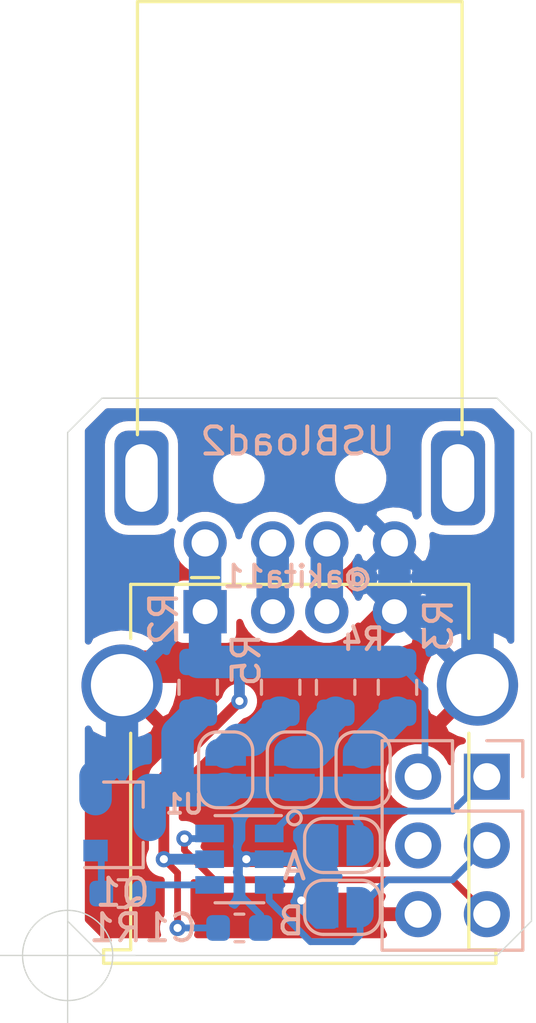
<source format=kicad_pcb>
(kicad_pcb (version 20171130) (host pcbnew "(5.1.5)-3")

  (general
    (thickness 1.6)
    (drawings 14)
    (tracks 104)
    (zones 0)
    (modules 16)
    (nets 15)
  )

  (page A4)
  (layers
    (0 F.Cu signal)
    (31 B.Cu signal)
    (34 B.Paste user)
    (35 F.Paste user)
    (36 B.SilkS user)
    (37 F.SilkS user)
    (38 B.Mask user)
    (39 F.Mask user)
    (44 Edge.Cuts user)
    (45 Margin user)
    (46 B.CrtYd user)
    (47 F.CrtYd user)
  )

  (setup
    (last_trace_width 0.25)
    (user_trace_width 0.4)
    (user_trace_width 0.6)
    (user_trace_width 0.8)
    (user_trace_width 1.2)
    (user_trace_width 2.54)
    (trace_clearance 0.1524)
    (zone_clearance 0.508)
    (zone_45_only no)
    (trace_min 0.2)
    (via_size 0.8)
    (via_drill 0.3)
    (via_min_size 0.6)
    (via_min_drill 0.3)
    (user_via 0.6 0.3)
    (user_via 0.9 0.6)
    (user_via 1.6 0.9)
    (uvia_size 0.3)
    (uvia_drill 0.1)
    (uvias_allowed no)
    (uvia_min_size 0.3)
    (uvia_min_drill 0.1)
    (edge_width 0.05)
    (segment_width 0.2)
    (pcb_text_width 0.3)
    (pcb_text_size 1.5 1.5)
    (mod_edge_width 0.12)
    (mod_text_size 1 1)
    (mod_text_width 0.15)
    (pad_size 1.524 1.524)
    (pad_drill 0.762)
    (pad_to_mask_clearance 0.051)
    (solder_mask_min_width 0.25)
    (aux_axis_origin 0 0)
    (visible_elements 7FFFFFFF)
    (pcbplotparams
      (layerselection 0x010fc_ffffffff)
      (usegerberextensions true)
      (usegerberattributes false)
      (usegerberadvancedattributes false)
      (creategerberjobfile false)
      (excludeedgelayer true)
      (linewidth 0.100000)
      (plotframeref false)
      (viasonmask false)
      (mode 1)
      (useauxorigin false)
      (hpglpennumber 1)
      (hpglpenspeed 20)
      (hpglpendiameter 15.000000)
      (psnegative false)
      (psa4output false)
      (plotreference true)
      (plotvalue true)
      (plotinvisibletext false)
      (padsonsilk false)
      (subtractmaskfromsilk false)
      (outputformat 1)
      (mirror false)
      (drillshape 0)
      (scaleselection 1)
      (outputdirectory ""))
  )

  (net 0 "")
  (net 1 GND)
  (net 2 +5VD)
  (net 3 /PB0)
  (net 4 /PB1)
  (net 5 "Net-(J1-Pad4)")
  (net 6 /PB3)
  (net 7 "Net-(J2-Pad2)")
  (net 8 "Net-(J2-Pad3)")
  (net 9 "Net-(JP3-Pad1)")
  (net 10 "Net-(Q1-Pad1)")
  (net 11 "Net-(R1-Pad1)")
  (net 12 "Net-(JP3-Pad2)")
  (net 13 "Net-(JP4-Pad2)")
  (net 14 "Net-(JP5-Pad2)")

  (net_class Default "これはデフォルトのネット クラスです。"
    (clearance 0.1524)
    (trace_width 0.25)
    (via_dia 0.8)
    (via_drill 0.3)
    (uvia_dia 0.3)
    (uvia_drill 0.1)
    (add_net +5VD)
    (add_net /PB0)
    (add_net /PB1)
    (add_net /PB3)
    (add_net GND)
    (add_net "Net-(J1-Pad4)")
    (add_net "Net-(J2-Pad2)")
    (add_net "Net-(J2-Pad3)")
    (add_net "Net-(JP3-Pad1)")
    (add_net "Net-(JP3-Pad2)")
    (add_net "Net-(JP4-Pad2)")
    (add_net "Net-(JP5-Pad2)")
    (add_net "Net-(Q1-Pad1)")
    (add_net "Net-(R1-Pad1)")
  )

  (module Connector_PinHeader_2.54mm:PinHeader_2x03_P2.54mm_Vertical (layer B.Cu) (tedit 59FED5CC) (tstamp 5E490316)
    (at 15.494 -6.604 180)
    (descr "Through hole straight pin header, 2x03, 2.54mm pitch, double rows")
    (tags "Through hole pin header THT 2x03 2.54mm double row")
    (path /5E49BD42)
    (fp_text reference J1 (at -3.302 1.524) (layer B.SilkS) hide
      (effects (font (size 1 1) (thickness 0.15)) (justify mirror))
    )
    (fp_text value AVR-ISP-6 (at 1.27 -7.41) (layer B.Fab)
      (effects (font (size 1 1) (thickness 0.15)) (justify mirror))
    )
    (fp_text user %R (at 1.27 -2.54 270) (layer B.Fab)
      (effects (font (size 1 1) (thickness 0.15)) (justify mirror))
    )
    (fp_line (start 4.35 1.8) (end -1.8 1.8) (layer B.CrtYd) (width 0.05))
    (fp_line (start 4.35 -6.85) (end 4.35 1.8) (layer B.CrtYd) (width 0.05))
    (fp_line (start -1.8 -6.85) (end 4.35 -6.85) (layer B.CrtYd) (width 0.05))
    (fp_line (start -1.8 1.8) (end -1.8 -6.85) (layer B.CrtYd) (width 0.05))
    (fp_line (start -1.33 1.33) (end 0 1.33) (layer B.SilkS) (width 0.12))
    (fp_line (start -1.33 0) (end -1.33 1.33) (layer B.SilkS) (width 0.12))
    (fp_line (start 1.27 1.33) (end 3.87 1.33) (layer B.SilkS) (width 0.12))
    (fp_line (start 1.27 -1.27) (end 1.27 1.33) (layer B.SilkS) (width 0.12))
    (fp_line (start -1.33 -1.27) (end 1.27 -1.27) (layer B.SilkS) (width 0.12))
    (fp_line (start 3.87 1.33) (end 3.87 -6.41) (layer B.SilkS) (width 0.12))
    (fp_line (start -1.33 -1.27) (end -1.33 -6.41) (layer B.SilkS) (width 0.12))
    (fp_line (start -1.33 -6.41) (end 3.87 -6.41) (layer B.SilkS) (width 0.12))
    (fp_line (start -1.27 0) (end 0 1.27) (layer B.Fab) (width 0.1))
    (fp_line (start -1.27 -6.35) (end -1.27 0) (layer B.Fab) (width 0.1))
    (fp_line (start 3.81 -6.35) (end -1.27 -6.35) (layer B.Fab) (width 0.1))
    (fp_line (start 3.81 1.27) (end 3.81 -6.35) (layer B.Fab) (width 0.1))
    (fp_line (start 0 1.27) (end 3.81 1.27) (layer B.Fab) (width 0.1))
    (pad 6 thru_hole oval (at 2.54 -5.08 180) (size 1.7 1.7) (drill 1) (layers *.Cu *.Mask)
      (net 1 GND))
    (pad 5 thru_hole oval (at 0 -5.08 180) (size 1.7 1.7) (drill 1) (layers *.Cu *.Mask)
      (net 6 /PB3))
    (pad 4 thru_hole oval (at 2.54 -2.54 180) (size 1.7 1.7) (drill 1) (layers *.Cu *.Mask)
      (net 5 "Net-(J1-Pad4)"))
    (pad 3 thru_hole oval (at 0 -2.54 180) (size 1.7 1.7) (drill 1) (layers *.Cu *.Mask)
      (net 4 /PB1))
    (pad 2 thru_hole oval (at 2.54 0 180) (size 1.7 1.7) (drill 1) (layers *.Cu *.Mask)
      (net 2 +5VD))
    (pad 1 thru_hole rect (at 0 0 180) (size 1.7 1.7) (drill 1) (layers *.Cu *.Mask)
      (net 3 /PB0))
    (model ${KISYS3DMOD}/Connector_PinHeader_2.54mm.3dshapes/PinHeader_2x03_P2.54mm_Vertical.wrl
      (at (xyz 0 0 0))
      (scale (xyz 1 1 1))
      (rotate (xyz 0 0 0))
    )
  )

  (module Connector_USB:USB_A_Stewart_SS-52100-001_Horizontal (layer F.Cu) (tedit 5CB49A87) (tstamp 5E491EA7)
    (at 5.08 -12.7)
    (descr "USB A connector https://belfuse.com/resources/drawings/stewartconnector/dr-stw-ss-52100-001.pdf")
    (tags "USB_A Female Connector receptacle")
    (path /5E4CB4BB)
    (fp_text reference J3 (at 3.5 -2.26) (layer F.SilkS) hide
      (effects (font (size 1 1) (thickness 0.15)))
    )
    (fp_text value USB_A (at 3.5 14.49) (layer F.Fab)
      (effects (font (size 1 1) (thickness 0.15)))
    )
    (fp_line (start -5.15 1.99) (end -4.25 0.69) (layer F.CrtYd) (width 0.05))
    (fp_line (start -5.15 3.44) (end -5.15 1.99) (layer F.CrtYd) (width 0.05))
    (fp_line (start -3.25 4.74) (end -4.25 4.74) (layer F.CrtYd) (width 0.05))
    (fp_line (start -5.15 3.44) (end -4.25 4.74) (layer F.CrtYd) (width 0.05))
    (fp_line (start -3.25 0.69) (end -4.25 0.69) (layer F.CrtYd) (width 0.05))
    (fp_line (start 12.15 3.44) (end 11.25 4.74) (layer F.CrtYd) (width 0.05))
    (fp_line (start -3.25 0.69) (end -3.25 -1.51) (layer F.CrtYd) (width 0.05))
    (fp_line (start 10.25 -1.51) (end -3.25 -1.51) (layer F.CrtYd) (width 0.05))
    (fp_line (start 10.25 0.69) (end 10.25 -1.51) (layer F.CrtYd) (width 0.05))
    (fp_line (start 12.15 1.99) (end 12.15 3.44) (layer F.CrtYd) (width 0.05))
    (fp_line (start 10.25 0.69) (end 11.25 0.69) (layer F.CrtYd) (width 0.05))
    (fp_line (start 12.15 1.99) (end 11.25 0.69) (layer F.CrtYd) (width 0.05))
    (fp_line (start 10.75 12.49) (end 10.75 12.99) (layer F.Fab) (width 0.1))
    (fp_line (start 9.75 12.49) (end 10.75 12.49) (layer F.Fab) (width 0.1))
    (fp_line (start -3.75 12.49) (end -2.75 12.49) (layer F.Fab) (width 0.1))
    (fp_line (start -3.75 12.99) (end -3.75 12.49) (layer F.Fab) (width 0.1))
    (fp_line (start -3.75 12.99) (end 10.75 12.99) (layer F.Fab) (width 0.1))
    (fp_line (start -2.75 12.49) (end -2.75 -1.01) (layer F.Fab) (width 0.1))
    (fp_line (start -2.75 -1.01) (end 9.75 -1.01) (layer F.Fab) (width 0.1))
    (fp_line (start 9.75 12.49) (end 9.75 -1.01) (layer F.Fab) (width 0.1))
    (fp_text user %R (at 3.5 5.99) (layer F.Fab)
      (effects (font (size 1 1) (thickness 0.15)))
    )
    (fp_line (start -3.75 12.99) (end 10.75 12.99) (layer F.SilkS) (width 0.12))
    (fp_line (start 10.75 12.99) (end 10.75 12.49) (layer F.SilkS) (width 0.12))
    (fp_line (start 10.75 12.49) (end 9.75 12.49) (layer F.SilkS) (width 0.12))
    (fp_line (start 9.75 12.49) (end 9.75 4.49) (layer F.SilkS) (width 0.12))
    (fp_line (start 9.75 0.99) (end 9.75 -1.01) (layer F.SilkS) (width 0.12))
    (fp_line (start 9.75 -1.01) (end -2.75 -1.01) (layer F.SilkS) (width 0.12))
    (fp_line (start -2.75 -1.01) (end -2.75 0.99) (layer F.SilkS) (width 0.12))
    (fp_line (start -2.75 4.49) (end -2.75 12.49) (layer F.SilkS) (width 0.12))
    (fp_line (start -2.75 12.49) (end -3.75 12.49) (layer F.SilkS) (width 0.12))
    (fp_line (start -3.75 12.49) (end -3.75 12.99) (layer F.SilkS) (width 0.12))
    (fp_line (start -0.5 -1.26) (end 0.5 -1.26) (layer F.SilkS) (width 0.12))
    (fp_line (start -0.25 -1.01) (end 0 -0.76) (layer F.Fab) (width 0.1))
    (fp_line (start 0 -0.76) (end 0.25 -1.01) (layer F.Fab) (width 0.1))
    (fp_line (start -3.25 4.74) (end -3.25 11.99) (layer F.CrtYd) (width 0.05))
    (fp_line (start -3.25 11.99) (end -4.25 11.99) (layer F.CrtYd) (width 0.05))
    (fp_line (start -4.25 11.99) (end -4.25 13.49) (layer F.CrtYd) (width 0.05))
    (fp_line (start -4.25 13.49) (end 11.25 13.49) (layer F.CrtYd) (width 0.05))
    (fp_line (start 11.25 13.49) (end 11.25 11.99) (layer F.CrtYd) (width 0.05))
    (fp_line (start 11.25 11.99) (end 10.25 11.99) (layer F.CrtYd) (width 0.05))
    (fp_line (start 10.25 11.99) (end 10.25 4.74) (layer F.CrtYd) (width 0.05))
    (fp_line (start 10.25 4.74) (end 11.25 4.74) (layer F.CrtYd) (width 0.05))
    (pad 4 thru_hole circle (at 7 0) (size 1.6 1.6) (drill 0.92) (layers *.Cu *.Mask)
      (net 1 GND))
    (pad 3 thru_hole circle (at 4.5 0) (size 1.6 1.6) (drill 0.92) (layers *.Cu *.Mask)
      (net 8 "Net-(J2-Pad3)"))
    (pad 2 thru_hole circle (at 2.5 0) (size 1.6 1.6) (drill 0.92) (layers *.Cu *.Mask)
      (net 7 "Net-(J2-Pad2)"))
    (pad 1 thru_hole rect (at 0 0) (size 1.6 1.6) (drill 0.92) (layers *.Cu *.Mask)
      (net 2 +5VD))
    (pad 5 thru_hole circle (at -3.07 2.71) (size 3 3) (drill 2.3) (layers *.Cu *.Mask)
      (net 1 GND))
    (pad 5 thru_hole circle (at 10.07 2.71) (size 3 3) (drill 2.3) (layers *.Cu *.Mask)
      (net 1 GND))
    (model ${KISYS3DMOD}/Connector_USB.3dshapes/USB_A_Stewart_SS-52100-001_Horizontal.wrl
      (at (xyz 0 0 0))
      (scale (xyz 1 1 1))
      (rotate (xyz 0 0 0))
    )
  )

  (module Capacitor_SMD:C_0603_1608Metric (layer B.Cu) (tedit 5B301BBE) (tstamp 5E491761)
    (at 6.35 -1.016 180)
    (descr "Capacitor SMD 0603 (1608 Metric), square (rectangular) end terminal, IPC_7351 nominal, (Body size source: http://www.tortai-tech.com/upload/download/2011102023233369053.pdf), generated with kicad-footprint-generator")
    (tags capacitor)
    (path /5E48FC17)
    (attr smd)
    (fp_text reference C1 (at 2.54 0) (layer B.SilkS)
      (effects (font (size 1 1) (thickness 0.15)) (justify mirror))
    )
    (fp_text value CERAMIC-100NF-50V-10%-X7R_0603_ (at 0 -1.43) (layer B.Fab)
      (effects (font (size 1 1) (thickness 0.15)) (justify mirror))
    )
    (fp_text user %R (at 0 0) (layer B.Fab)
      (effects (font (size 0.4 0.4) (thickness 0.06)) (justify mirror))
    )
    (fp_line (start 1.48 -0.73) (end -1.48 -0.73) (layer B.CrtYd) (width 0.05))
    (fp_line (start 1.48 0.73) (end 1.48 -0.73) (layer B.CrtYd) (width 0.05))
    (fp_line (start -1.48 0.73) (end 1.48 0.73) (layer B.CrtYd) (width 0.05))
    (fp_line (start -1.48 -0.73) (end -1.48 0.73) (layer B.CrtYd) (width 0.05))
    (fp_line (start -0.162779 -0.51) (end 0.162779 -0.51) (layer B.SilkS) (width 0.12))
    (fp_line (start -0.162779 0.51) (end 0.162779 0.51) (layer B.SilkS) (width 0.12))
    (fp_line (start 0.8 -0.4) (end -0.8 -0.4) (layer B.Fab) (width 0.1))
    (fp_line (start 0.8 0.4) (end 0.8 -0.4) (layer B.Fab) (width 0.1))
    (fp_line (start -0.8 0.4) (end 0.8 0.4) (layer B.Fab) (width 0.1))
    (fp_line (start -0.8 -0.4) (end -0.8 0.4) (layer B.Fab) (width 0.1))
    (pad 2 smd roundrect (at 0.7875 0 180) (size 0.875 0.95) (layers B.Cu B.Paste B.Mask) (roundrect_rratio 0.25)
      (net 2 +5VD))
    (pad 1 smd roundrect (at -0.7875 0 180) (size 0.875 0.95) (layers B.Cu B.Paste B.Mask) (roundrect_rratio 0.25)
      (net 1 GND))
    (model ${KISYS3DMOD}/Capacitor_SMD.3dshapes/C_0603_1608Metric.wrl
      (at (xyz 0 0 0))
      (scale (xyz 1 1 1))
      (rotate (xyz 0 0 0))
    )
  )

  (module akita:USB-A_plug (layer F.Cu) (tedit 5E49C11C) (tstamp 5E49CA41)
    (at 8.58 -15.24)
    (path /5E4C7CA1)
    (fp_text reference J2 (at -4 2) (layer F.SilkS) hide
      (effects (font (size 1 1) (thickness 0.15)))
    )
    (fp_text value USB_A (at -1 4) (layer F.Fab)
      (effects (font (size 1 1) (thickness 0.15)))
    )
    (fp_line (start -6 -20) (end -6 -4) (layer F.SilkS) (width 0.12))
    (fp_line (start 6 -20) (end -6 -20) (layer F.SilkS) (width 0.12))
    (fp_line (start 6 -4) (end 6 -20) (layer F.SilkS) (width 0.12))
    (pad "" np_thru_hole circle (at 2.25 -2.4) (size 1.2 1.2) (drill 1.2) (layers *.Cu *.Mask))
    (pad "" np_thru_hole circle (at -2.25 -2.4) (size 1.2 1.2) (drill 1.2) (layers *.Cu *.Mask))
    (pad FG2 thru_hole roundrect (at 5.85 -2.4) (size 2 3.5) (drill oval 1.2 2.5) (layers *.Cu *.Mask) (roundrect_rratio 0.25))
    (pad FG1 thru_hole roundrect (at -5.85 -2.4) (size 2 3.5) (drill oval 1.2 2.5) (layers *.Cu *.Mask) (roundrect_rratio 0.25))
    (pad 4 thru_hole circle (at 3.5 0) (size 1.6 1.6) (drill 1) (layers *.Cu *.Mask)
      (net 1 GND))
    (pad 3 thru_hole circle (at 1 0) (size 1.6 1.6) (drill 1) (layers *.Cu *.Mask)
      (net 8 "Net-(J2-Pad3)"))
    (pad 2 thru_hole circle (at -1 0) (size 1.6 1.6) (drill 1) (layers *.Cu *.Mask)
      (net 7 "Net-(J2-Pad2)"))
    (pad 1 thru_hole circle (at -3.5 0) (size 1.6 1.6) (drill 1) (layers *.Cu *.Mask)
      (net 2 +5VD))
  )

  (module Jumper:SolderJumper-2_P1.3mm_Open_RoundedPad1.0x1.5mm (layer B.Cu) (tedit 5B391E66) (tstamp 5E4926AA)
    (at 10.16 -4.064)
    (descr "SMD Solder Jumper, 1x1.5mm, rounded Pads, 0.3mm gap, open")
    (tags "solder jumper open")
    (path /5E4954AA)
    (attr virtual)
    (fp_text reference JP1 (at 9.652 0.508) (layer B.SilkS) hide
      (effects (font (size 1 1) (thickness 0.15)) (justify mirror))
    )
    (fp_text value SolderJumper_2_Open (at 0 -1.9) (layer B.Fab)
      (effects (font (size 1 1) (thickness 0.15)) (justify mirror))
    )
    (fp_line (start 1.65 -1.25) (end -1.65 -1.25) (layer B.CrtYd) (width 0.05))
    (fp_line (start 1.65 -1.25) (end 1.65 1.25) (layer B.CrtYd) (width 0.05))
    (fp_line (start -1.65 1.25) (end -1.65 -1.25) (layer B.CrtYd) (width 0.05))
    (fp_line (start -1.65 1.25) (end 1.65 1.25) (layer B.CrtYd) (width 0.05))
    (fp_line (start -0.7 1) (end 0.7 1) (layer B.SilkS) (width 0.12))
    (fp_line (start 1.4 0.3) (end 1.4 -0.3) (layer B.SilkS) (width 0.12))
    (fp_line (start 0.7 -1) (end -0.7 -1) (layer B.SilkS) (width 0.12))
    (fp_line (start -1.4 -0.3) (end -1.4 0.3) (layer B.SilkS) (width 0.12))
    (fp_arc (start -0.7 0.3) (end -0.7 1) (angle 90) (layer B.SilkS) (width 0.12))
    (fp_arc (start -0.7 -0.3) (end -1.4 -0.3) (angle 90) (layer B.SilkS) (width 0.12))
    (fp_arc (start 0.7 -0.3) (end 0.7 -1) (angle 90) (layer B.SilkS) (width 0.12))
    (fp_arc (start 0.7 0.3) (end 1.4 0.3) (angle 90) (layer B.SilkS) (width 0.12))
    (pad 2 smd custom (at 0.65 0) (size 1 0.5) (layers B.Cu B.Mask)
      (net 3 /PB0) (zone_connect 2)
      (options (clearance outline) (anchor rect))
      (primitives
        (gr_circle (center 0 -0.25) (end 0.5 -0.25) (width 0))
        (gr_circle (center 0 0.25) (end 0.5 0.25) (width 0))
        (gr_poly (pts
           (xy 0 0.75) (xy -0.5 0.75) (xy -0.5 -0.75) (xy 0 -0.75)) (width 0))
      ))
    (pad 1 smd custom (at -0.65 0) (size 1 0.5) (layers B.Cu B.Mask)
      (net 1 GND) (zone_connect 2)
      (options (clearance outline) (anchor rect))
      (primitives
        (gr_circle (center 0 -0.25) (end 0.5 -0.25) (width 0))
        (gr_circle (center 0 0.25) (end 0.5 0.25) (width 0))
        (gr_poly (pts
           (xy 0 0.75) (xy 0.5 0.75) (xy 0.5 -0.75) (xy 0 -0.75)) (width 0))
      ))
  )

  (module Jumper:SolderJumper-2_P1.3mm_Open_RoundedPad1.0x1.5mm (layer B.Cu) (tedit 5B391E66) (tstamp 5E49C564)
    (at 10.16 -1.778)
    (descr "SMD Solder Jumper, 1x1.5mm, rounded Pads, 0.3mm gap, open")
    (tags "solder jumper open")
    (path /5E496515)
    (attr virtual)
    (fp_text reference JP2 (at 8.89 1.524) (layer B.SilkS) hide
      (effects (font (size 1 1) (thickness 0.15)) (justify mirror))
    )
    (fp_text value SolderJumper_2_Open (at 0 -1.9) (layer B.Fab)
      (effects (font (size 1 1) (thickness 0.15)) (justify mirror))
    )
    (fp_line (start 1.65 -1.25) (end -1.65 -1.25) (layer B.CrtYd) (width 0.05))
    (fp_line (start 1.65 -1.25) (end 1.65 1.25) (layer B.CrtYd) (width 0.05))
    (fp_line (start -1.65 1.25) (end -1.65 -1.25) (layer B.CrtYd) (width 0.05))
    (fp_line (start -1.65 1.25) (end 1.65 1.25) (layer B.CrtYd) (width 0.05))
    (fp_line (start -0.7 1) (end 0.7 1) (layer B.SilkS) (width 0.12))
    (fp_line (start 1.4 0.3) (end 1.4 -0.3) (layer B.SilkS) (width 0.12))
    (fp_line (start 0.7 -1) (end -0.7 -1) (layer B.SilkS) (width 0.12))
    (fp_line (start -1.4 -0.3) (end -1.4 0.3) (layer B.SilkS) (width 0.12))
    (fp_arc (start -0.7 0.3) (end -0.7 1) (angle 90) (layer B.SilkS) (width 0.12))
    (fp_arc (start -0.7 -0.3) (end -1.4 -0.3) (angle 90) (layer B.SilkS) (width 0.12))
    (fp_arc (start 0.7 -0.3) (end 0.7 -1) (angle 90) (layer B.SilkS) (width 0.12))
    (fp_arc (start 0.7 0.3) (end 1.4 0.3) (angle 90) (layer B.SilkS) (width 0.12))
    (pad 2 smd custom (at 0.65 0) (size 1 0.5) (layers B.Cu B.Mask)
      (net 4 /PB1) (zone_connect 2)
      (options (clearance outline) (anchor rect))
      (primitives
        (gr_circle (center 0 -0.25) (end 0.5 -0.25) (width 0))
        (gr_circle (center 0 0.25) (end 0.5 0.25) (width 0))
        (gr_poly (pts
           (xy 0 0.75) (xy -0.5 0.75) (xy -0.5 -0.75) (xy 0 -0.75)) (width 0))
      ))
    (pad 1 smd custom (at -0.65 0) (size 1 0.5) (layers B.Cu B.Mask)
      (net 1 GND) (zone_connect 2)
      (options (clearance outline) (anchor rect))
      (primitives
        (gr_circle (center 0 -0.25) (end 0.5 -0.25) (width 0))
        (gr_circle (center 0 0.25) (end 0.5 0.25) (width 0))
        (gr_poly (pts
           (xy 0 0.75) (xy 0.5 0.75) (xy 0.5 -0.75) (xy 0 -0.75)) (width 0))
      ))
  )

  (module Jumper:SolderJumper-2_P1.3mm_Open_RoundedPad1.0x1.5mm (layer B.Cu) (tedit 5B391E66) (tstamp 5E49060C)
    (at 10.922 -6.858 90)
    (descr "SMD Solder Jumper, 1x1.5mm, rounded Pads, 0.3mm gap, open")
    (tags "solder jumper open")
    (path /5E49436B)
    (attr virtual)
    (fp_text reference JP3 (at -1.016 7.112 90) (layer B.SilkS) hide
      (effects (font (size 1 1) (thickness 0.15)) (justify mirror))
    )
    (fp_text value SolderJumper_2_Open (at 0 -1.9 90) (layer B.Fab)
      (effects (font (size 1 1) (thickness 0.15)) (justify mirror))
    )
    (fp_line (start 1.65 -1.25) (end -1.65 -1.25) (layer B.CrtYd) (width 0.05))
    (fp_line (start 1.65 -1.25) (end 1.65 1.25) (layer B.CrtYd) (width 0.05))
    (fp_line (start -1.65 1.25) (end -1.65 -1.25) (layer B.CrtYd) (width 0.05))
    (fp_line (start -1.65 1.25) (end 1.65 1.25) (layer B.CrtYd) (width 0.05))
    (fp_line (start -0.7 1) (end 0.7 1) (layer B.SilkS) (width 0.12))
    (fp_line (start 1.4 0.3) (end 1.4 -0.3) (layer B.SilkS) (width 0.12))
    (fp_line (start 0.7 -1) (end -0.7 -1) (layer B.SilkS) (width 0.12))
    (fp_line (start -1.4 -0.3) (end -1.4 0.3) (layer B.SilkS) (width 0.12))
    (fp_arc (start -0.7 0.3) (end -0.7 1) (angle 90) (layer B.SilkS) (width 0.12))
    (fp_arc (start -0.7 -0.3) (end -1.4 -0.3) (angle 90) (layer B.SilkS) (width 0.12))
    (fp_arc (start 0.7 -0.3) (end 0.7 -1) (angle 90) (layer B.SilkS) (width 0.12))
    (fp_arc (start 0.7 0.3) (end 1.4 0.3) (angle 90) (layer B.SilkS) (width 0.12))
    (pad 2 smd custom (at 0.65 0 90) (size 1 0.5) (layers B.Cu B.Mask)
      (net 12 "Net-(JP3-Pad2)") (zone_connect 2)
      (options (clearance outline) (anchor rect))
      (primitives
        (gr_circle (center 0 -0.25) (end 0.5 -0.25) (width 0))
        (gr_circle (center 0 0.25) (end 0.5 0.25) (width 0))
        (gr_poly (pts
           (xy 0 0.75) (xy -0.5 0.75) (xy -0.5 -0.75) (xy 0 -0.75)) (width 0))
      ))
    (pad 1 smd custom (at -0.65 0 90) (size 1 0.5) (layers B.Cu B.Mask)
      (net 9 "Net-(JP3-Pad1)") (zone_connect 2)
      (options (clearance outline) (anchor rect))
      (primitives
        (gr_circle (center 0 -0.25) (end 0.5 -0.25) (width 0))
        (gr_circle (center 0 0.25) (end 0.5 0.25) (width 0))
        (gr_poly (pts
           (xy 0 0.75) (xy 0.5 0.75) (xy 0.5 -0.75) (xy 0 -0.75)) (width 0))
      ))
  )

  (module Jumper:SolderJumper-2_P1.3mm_Open_RoundedPad1.0x1.5mm (layer B.Cu) (tedit 5B391E66) (tstamp 5E48EC12)
    (at 8.382 -6.858 90)
    (descr "SMD Solder Jumper, 1x1.5mm, rounded Pads, 0.3mm gap, open")
    (tags "solder jumper open")
    (path /5E494B99)
    (attr virtual)
    (fp_text reference JP4 (at -4.318 10.668 90) (layer B.SilkS) hide
      (effects (font (size 1 1) (thickness 0.15)) (justify mirror))
    )
    (fp_text value SolderJumper_2_Open (at 0 -1.9 90) (layer B.Fab)
      (effects (font (size 1 1) (thickness 0.15)) (justify mirror))
    )
    (fp_line (start 1.65 -1.25) (end -1.65 -1.25) (layer B.CrtYd) (width 0.05))
    (fp_line (start 1.65 -1.25) (end 1.65 1.25) (layer B.CrtYd) (width 0.05))
    (fp_line (start -1.65 1.25) (end -1.65 -1.25) (layer B.CrtYd) (width 0.05))
    (fp_line (start -1.65 1.25) (end 1.65 1.25) (layer B.CrtYd) (width 0.05))
    (fp_line (start -0.7 1) (end 0.7 1) (layer B.SilkS) (width 0.12))
    (fp_line (start 1.4 0.3) (end 1.4 -0.3) (layer B.SilkS) (width 0.12))
    (fp_line (start 0.7 -1) (end -0.7 -1) (layer B.SilkS) (width 0.12))
    (fp_line (start -1.4 -0.3) (end -1.4 0.3) (layer B.SilkS) (width 0.12))
    (fp_arc (start -0.7 0.3) (end -0.7 1) (angle 90) (layer B.SilkS) (width 0.12))
    (fp_arc (start -0.7 -0.3) (end -1.4 -0.3) (angle 90) (layer B.SilkS) (width 0.12))
    (fp_arc (start 0.7 -0.3) (end 0.7 -1) (angle 90) (layer B.SilkS) (width 0.12))
    (fp_arc (start 0.7 0.3) (end 1.4 0.3) (angle 90) (layer B.SilkS) (width 0.12))
    (pad 2 smd custom (at 0.65 0 90) (size 1 0.5) (layers B.Cu B.Mask)
      (net 13 "Net-(JP4-Pad2)") (zone_connect 2)
      (options (clearance outline) (anchor rect))
      (primitives
        (gr_circle (center 0 -0.25) (end 0.5 -0.25) (width 0))
        (gr_circle (center 0 0.25) (end 0.5 0.25) (width 0))
        (gr_poly (pts
           (xy 0 0.75) (xy -0.5 0.75) (xy -0.5 -0.75) (xy 0 -0.75)) (width 0))
      ))
    (pad 1 smd custom (at -0.65 0 90) (size 1 0.5) (layers B.Cu B.Mask)
      (net 9 "Net-(JP3-Pad1)") (zone_connect 2)
      (options (clearance outline) (anchor rect))
      (primitives
        (gr_circle (center 0 -0.25) (end 0.5 -0.25) (width 0))
        (gr_circle (center 0 0.25) (end 0.5 0.25) (width 0))
        (gr_poly (pts
           (xy 0 0.75) (xy 0.5 0.75) (xy 0.5 -0.75) (xy 0 -0.75)) (width 0))
      ))
  )

  (module Jumper:SolderJumper-2_P1.3mm_Open_RoundedPad1.0x1.5mm (layer B.Cu) (tedit 5B391E66) (tstamp 5E49C6A8)
    (at 5.842 -6.858 90)
    (descr "SMD Solder Jumper, 1x1.5mm, rounded Pads, 0.3mm gap, open")
    (tags "solder jumper open")
    (path /5E4950B7)
    (attr virtual)
    (fp_text reference JP5 (at -1.524 13.716 90) (layer B.SilkS) hide
      (effects (font (size 1 1) (thickness 0.15)) (justify mirror))
    )
    (fp_text value SolderJumper_2_Open (at 0 -1.9 90) (layer B.Fab)
      (effects (font (size 1 1) (thickness 0.15)) (justify mirror))
    )
    (fp_line (start 1.65 -1.25) (end -1.65 -1.25) (layer B.CrtYd) (width 0.05))
    (fp_line (start 1.65 -1.25) (end 1.65 1.25) (layer B.CrtYd) (width 0.05))
    (fp_line (start -1.65 1.25) (end -1.65 -1.25) (layer B.CrtYd) (width 0.05))
    (fp_line (start -1.65 1.25) (end 1.65 1.25) (layer B.CrtYd) (width 0.05))
    (fp_line (start -0.7 1) (end 0.7 1) (layer B.SilkS) (width 0.12))
    (fp_line (start 1.4 0.3) (end 1.4 -0.3) (layer B.SilkS) (width 0.12))
    (fp_line (start 0.7 -1) (end -0.7 -1) (layer B.SilkS) (width 0.12))
    (fp_line (start -1.4 -0.3) (end -1.4 0.3) (layer B.SilkS) (width 0.12))
    (fp_arc (start -0.7 0.3) (end -0.7 1) (angle 90) (layer B.SilkS) (width 0.12))
    (fp_arc (start -0.7 -0.3) (end -1.4 -0.3) (angle 90) (layer B.SilkS) (width 0.12))
    (fp_arc (start 0.7 -0.3) (end 0.7 -1) (angle 90) (layer B.SilkS) (width 0.12))
    (fp_arc (start 0.7 0.3) (end 1.4 0.3) (angle 90) (layer B.SilkS) (width 0.12))
    (pad 2 smd custom (at 0.65 0 90) (size 1 0.5) (layers B.Cu B.Mask)
      (net 14 "Net-(JP5-Pad2)") (zone_connect 2)
      (options (clearance outline) (anchor rect))
      (primitives
        (gr_circle (center 0 -0.25) (end 0.5 -0.25) (width 0))
        (gr_circle (center 0 0.25) (end 0.5 0.25) (width 0))
        (gr_poly (pts
           (xy 0 0.75) (xy -0.5 0.75) (xy -0.5 -0.75) (xy 0 -0.75)) (width 0))
      ))
    (pad 1 smd custom (at -0.65 0 90) (size 1 0.5) (layers B.Cu B.Mask)
      (net 9 "Net-(JP3-Pad1)") (zone_connect 2)
      (options (clearance outline) (anchor rect))
      (primitives
        (gr_circle (center 0 -0.25) (end 0.5 -0.25) (width 0))
        (gr_circle (center 0 0.25) (end 0.5 0.25) (width 0))
        (gr_poly (pts
           (xy 0 0.75) (xy 0.5 0.75) (xy 0.5 -0.75) (xy 0 -0.75)) (width 0))
      ))
  )

  (module Package_TO_SOT_SMD:SOT-23 (layer B.Cu) (tedit 5A02FF57) (tstamp 5E49040F)
    (at 2.032 -4.826)
    (descr "SOT-23, Standard")
    (tags SOT-23)
    (path /5E48B80A)
    (attr smd)
    (fp_text reference Q1 (at 0 2.5) (layer B.SilkS)
      (effects (font (size 1 1) (thickness 0.15)) (justify mirror))
    )
    (fp_text value SMD-MOSFET-N-CH-20V-2.1A-CJ2302_SOT-23_ (at 0 -2.5) (layer B.Fab)
      (effects (font (size 1 1) (thickness 0.15)) (justify mirror))
    )
    (fp_line (start 0.76 -1.58) (end -0.7 -1.58) (layer B.SilkS) (width 0.12))
    (fp_line (start 0.76 1.58) (end -1.4 1.58) (layer B.SilkS) (width 0.12))
    (fp_line (start -1.7 -1.75) (end -1.7 1.75) (layer B.CrtYd) (width 0.05))
    (fp_line (start 1.7 -1.75) (end -1.7 -1.75) (layer B.CrtYd) (width 0.05))
    (fp_line (start 1.7 1.75) (end 1.7 -1.75) (layer B.CrtYd) (width 0.05))
    (fp_line (start -1.7 1.75) (end 1.7 1.75) (layer B.CrtYd) (width 0.05))
    (fp_line (start 0.76 1.58) (end 0.76 0.65) (layer B.SilkS) (width 0.12))
    (fp_line (start 0.76 -1.58) (end 0.76 -0.65) (layer B.SilkS) (width 0.12))
    (fp_line (start -0.7 -1.52) (end 0.7 -1.52) (layer B.Fab) (width 0.1))
    (fp_line (start 0.7 1.52) (end 0.7 -1.52) (layer B.Fab) (width 0.1))
    (fp_line (start -0.7 0.95) (end -0.15 1.52) (layer B.Fab) (width 0.1))
    (fp_line (start -0.15 1.52) (end 0.7 1.52) (layer B.Fab) (width 0.1))
    (fp_line (start -0.7 0.95) (end -0.7 -1.5) (layer B.Fab) (width 0.1))
    (fp_text user %R (at 0 0 270) (layer B.Fab)
      (effects (font (size 0.5 0.5) (thickness 0.075)) (justify mirror))
    )
    (pad 3 smd rect (at 1 0) (size 0.9 0.8) (layers B.Cu B.Paste B.Mask)
      (net 9 "Net-(JP3-Pad1)"))
    (pad 2 smd rect (at -1 -0.95) (size 0.9 0.8) (layers B.Cu B.Paste B.Mask)
      (net 1 GND))
    (pad 1 smd rect (at -1 0.95) (size 0.9 0.8) (layers B.Cu B.Paste B.Mask)
      (net 10 "Net-(Q1-Pad1)"))
    (model ${KISYS3DMOD}/Package_TO_SOT_SMD.3dshapes/SOT-23.wrl
      (at (xyz 0 0 0))
      (scale (xyz 1 1 1))
      (rotate (xyz 0 0 0))
    )
  )

  (module Resistor_SMD:R_0603_1608Metric (layer B.Cu) (tedit 5B301BBD) (tstamp 5E49110B)
    (at 2.032 -2.286 180)
    (descr "Resistor SMD 0603 (1608 Metric), square (rectangular) end terminal, IPC_7351 nominal, (Body size source: http://www.tortai-tech.com/upload/download/2011102023233369053.pdf), generated with kicad-footprint-generator")
    (tags resistor)
    (path /5E492241)
    (attr smd)
    (fp_text reference R1 (at 0.254 -1.27) (layer B.SilkS)
      (effects (font (size 1 1) (thickness 0.15)) (justify mirror))
    )
    (fp_text value SMD-RES-10K-1%-1_10W_0603_ (at 0 -1.43) (layer B.Fab)
      (effects (font (size 1 1) (thickness 0.15)) (justify mirror))
    )
    (fp_text user %R (at 0 0) (layer B.Fab)
      (effects (font (size 0.4 0.4) (thickness 0.06)) (justify mirror))
    )
    (fp_line (start 1.48 -0.73) (end -1.48 -0.73) (layer B.CrtYd) (width 0.05))
    (fp_line (start 1.48 0.73) (end 1.48 -0.73) (layer B.CrtYd) (width 0.05))
    (fp_line (start -1.48 0.73) (end 1.48 0.73) (layer B.CrtYd) (width 0.05))
    (fp_line (start -1.48 -0.73) (end -1.48 0.73) (layer B.CrtYd) (width 0.05))
    (fp_line (start -0.162779 -0.51) (end 0.162779 -0.51) (layer B.SilkS) (width 0.12))
    (fp_line (start -0.162779 0.51) (end 0.162779 0.51) (layer B.SilkS) (width 0.12))
    (fp_line (start 0.8 -0.4) (end -0.8 -0.4) (layer B.Fab) (width 0.1))
    (fp_line (start 0.8 0.4) (end 0.8 -0.4) (layer B.Fab) (width 0.1))
    (fp_line (start -0.8 0.4) (end 0.8 0.4) (layer B.Fab) (width 0.1))
    (fp_line (start -0.8 -0.4) (end -0.8 0.4) (layer B.Fab) (width 0.1))
    (pad 2 smd roundrect (at 0.7875 0 180) (size 0.875 0.95) (layers B.Cu B.Paste B.Mask) (roundrect_rratio 0.25)
      (net 10 "Net-(Q1-Pad1)"))
    (pad 1 smd roundrect (at -0.7875 0 180) (size 0.875 0.95) (layers B.Cu B.Paste B.Mask) (roundrect_rratio 0.25)
      (net 11 "Net-(R1-Pad1)"))
    (model ${KISYS3DMOD}/Resistor_SMD.3dshapes/R_0603_1608Metric.wrl
      (at (xyz 0 0 0))
      (scale (xyz 1 1 1))
      (rotate (xyz 0 0 0))
    )
  )

  (module Resistor_SMD:R_0805_2012Metric (layer B.Cu) (tedit 5B36C52B) (tstamp 5E49131F)
    (at 4.826 -9.906 270)
    (descr "Resistor SMD 0805 (2012 Metric), square (rectangular) end terminal, IPC_7351 nominal, (Body size source: https://docs.google.com/spreadsheets/d/1BsfQQcO9C6DZCsRaXUlFlo91Tg2WpOkGARC1WS5S8t0/edit?usp=sharing), generated with kicad-footprint-generator")
    (tags resistor)
    (path /5E4A691D)
    (attr smd)
    (fp_text reference R2 (at -2.54 1.27 90) (layer B.SilkS)
      (effects (font (size 1 1) (thickness 0.15)) (justify mirror))
    )
    (fp_text value 51 (at 0 -1.65 90) (layer B.Fab)
      (effects (font (size 1 1) (thickness 0.15)) (justify mirror))
    )
    (fp_text user %R (at 0 0 90) (layer B.Fab)
      (effects (font (size 0.5 0.5) (thickness 0.08)) (justify mirror))
    )
    (fp_line (start 1.68 -0.95) (end -1.68 -0.95) (layer B.CrtYd) (width 0.05))
    (fp_line (start 1.68 0.95) (end 1.68 -0.95) (layer B.CrtYd) (width 0.05))
    (fp_line (start -1.68 0.95) (end 1.68 0.95) (layer B.CrtYd) (width 0.05))
    (fp_line (start -1.68 -0.95) (end -1.68 0.95) (layer B.CrtYd) (width 0.05))
    (fp_line (start -0.258578 -0.71) (end 0.258578 -0.71) (layer B.SilkS) (width 0.12))
    (fp_line (start -0.258578 0.71) (end 0.258578 0.71) (layer B.SilkS) (width 0.12))
    (fp_line (start 1 -0.6) (end -1 -0.6) (layer B.Fab) (width 0.1))
    (fp_line (start 1 0.6) (end 1 -0.6) (layer B.Fab) (width 0.1))
    (fp_line (start -1 0.6) (end 1 0.6) (layer B.Fab) (width 0.1))
    (fp_line (start -1 -0.6) (end -1 0.6) (layer B.Fab) (width 0.1))
    (pad 2 smd roundrect (at 0.9375 0 270) (size 0.975 1.4) (layers B.Cu B.Paste B.Mask) (roundrect_rratio 0.25)
      (net 9 "Net-(JP3-Pad1)"))
    (pad 1 smd roundrect (at -0.9375 0 270) (size 0.975 1.4) (layers B.Cu B.Paste B.Mask) (roundrect_rratio 0.25)
      (net 2 +5VD))
    (model ${KISYS3DMOD}/Resistor_SMD.3dshapes/R_0805_2012Metric.wrl
      (at (xyz 0 0 0))
      (scale (xyz 1 1 1))
      (rotate (xyz 0 0 0))
    )
  )

  (module Resistor_SMD:R_0805_2012Metric (layer B.Cu) (tedit 5B36C52B) (tstamp 5E48E5F3)
    (at 12.192 -9.906 270)
    (descr "Resistor SMD 0805 (2012 Metric), square (rectangular) end terminal, IPC_7351 nominal, (Body size source: https://docs.google.com/spreadsheets/d/1BsfQQcO9C6DZCsRaXUlFlo91Tg2WpOkGARC1WS5S8t0/edit?usp=sharing), generated with kicad-footprint-generator")
    (tags resistor)
    (path /5E4A4FCA)
    (attr smd)
    (fp_text reference R3 (at -2.286 -1.524 90) (layer B.SilkS)
      (effects (font (size 1 1) (thickness 0.15)) (justify mirror))
    )
    (fp_text value 51 (at 0 -1.65 90) (layer B.Fab)
      (effects (font (size 1 1) (thickness 0.15)) (justify mirror))
    )
    (fp_text user %R (at 0 0 90) (layer B.Fab)
      (effects (font (size 0.5 0.5) (thickness 0.08)) (justify mirror))
    )
    (fp_line (start 1.68 -0.95) (end -1.68 -0.95) (layer B.CrtYd) (width 0.05))
    (fp_line (start 1.68 0.95) (end 1.68 -0.95) (layer B.CrtYd) (width 0.05))
    (fp_line (start -1.68 0.95) (end 1.68 0.95) (layer B.CrtYd) (width 0.05))
    (fp_line (start -1.68 -0.95) (end -1.68 0.95) (layer B.CrtYd) (width 0.05))
    (fp_line (start -0.258578 -0.71) (end 0.258578 -0.71) (layer B.SilkS) (width 0.12))
    (fp_line (start -0.258578 0.71) (end 0.258578 0.71) (layer B.SilkS) (width 0.12))
    (fp_line (start 1 -0.6) (end -1 -0.6) (layer B.Fab) (width 0.1))
    (fp_line (start 1 0.6) (end 1 -0.6) (layer B.Fab) (width 0.1))
    (fp_line (start -1 0.6) (end 1 0.6) (layer B.Fab) (width 0.1))
    (fp_line (start -1 -0.6) (end -1 0.6) (layer B.Fab) (width 0.1))
    (pad 2 smd roundrect (at 0.9375 0 270) (size 0.975 1.4) (layers B.Cu B.Paste B.Mask) (roundrect_rratio 0.25)
      (net 12 "Net-(JP3-Pad2)"))
    (pad 1 smd roundrect (at -0.9375 0 270) (size 0.975 1.4) (layers B.Cu B.Paste B.Mask) (roundrect_rratio 0.25)
      (net 2 +5VD))
    (model ${KISYS3DMOD}/Resistor_SMD.3dshapes/R_0805_2012Metric.wrl
      (at (xyz 0 0 0))
      (scale (xyz 1 1 1))
      (rotate (xyz 0 0 0))
    )
  )

  (module Resistor_SMD:R_0805_2012Metric (layer B.Cu) (tedit 5B36C52B) (tstamp 5E49C856)
    (at 9.906 -9.906 270)
    (descr "Resistor SMD 0805 (2012 Metric), square (rectangular) end terminal, IPC_7351 nominal, (Body size source: https://docs.google.com/spreadsheets/d/1BsfQQcO9C6DZCsRaXUlFlo91Tg2WpOkGARC1WS5S8t0/edit?usp=sharing), generated with kicad-footprint-generator")
    (tags resistor)
    (path /5E4A61C8)
    (attr smd)
    (fp_text reference R4 (at -1.778 -1.016 180) (layer B.SilkS)
      (effects (font (size 0.8 0.8) (thickness 0.15)) (justify mirror))
    )
    (fp_text value 51 (at 0 -1.65 90) (layer B.Fab)
      (effects (font (size 1 1) (thickness 0.15)) (justify mirror))
    )
    (fp_text user %R (at 0 0 90) (layer B.Fab)
      (effects (font (size 0.5 0.5) (thickness 0.08)) (justify mirror))
    )
    (fp_line (start 1.68 -0.95) (end -1.68 -0.95) (layer B.CrtYd) (width 0.05))
    (fp_line (start 1.68 0.95) (end 1.68 -0.95) (layer B.CrtYd) (width 0.05))
    (fp_line (start -1.68 0.95) (end 1.68 0.95) (layer B.CrtYd) (width 0.05))
    (fp_line (start -1.68 -0.95) (end -1.68 0.95) (layer B.CrtYd) (width 0.05))
    (fp_line (start -0.258578 -0.71) (end 0.258578 -0.71) (layer B.SilkS) (width 0.12))
    (fp_line (start -0.258578 0.71) (end 0.258578 0.71) (layer B.SilkS) (width 0.12))
    (fp_line (start 1 -0.6) (end -1 -0.6) (layer B.Fab) (width 0.1))
    (fp_line (start 1 0.6) (end 1 -0.6) (layer B.Fab) (width 0.1))
    (fp_line (start -1 0.6) (end 1 0.6) (layer B.Fab) (width 0.1))
    (fp_line (start -1 -0.6) (end -1 0.6) (layer B.Fab) (width 0.1))
    (pad 2 smd roundrect (at 0.9375 0 270) (size 0.975 1.4) (layers B.Cu B.Paste B.Mask) (roundrect_rratio 0.25)
      (net 13 "Net-(JP4-Pad2)"))
    (pad 1 smd roundrect (at -0.9375 0 270) (size 0.975 1.4) (layers B.Cu B.Paste B.Mask) (roundrect_rratio 0.25)
      (net 2 +5VD))
    (model ${KISYS3DMOD}/Resistor_SMD.3dshapes/R_0805_2012Metric.wrl
      (at (xyz 0 0 0))
      (scale (xyz 1 1 1))
      (rotate (xyz 0 0 0))
    )
  )

  (module Resistor_SMD:R_0805_2012Metric (layer B.Cu) (tedit 5B36C52B) (tstamp 5E4911C6)
    (at 7.874 -9.906 270)
    (descr "Resistor SMD 0805 (2012 Metric), square (rectangular) end terminal, IPC_7351 nominal, (Body size source: https://docs.google.com/spreadsheets/d/1BsfQQcO9C6DZCsRaXUlFlo91Tg2WpOkGARC1WS5S8t0/edit?usp=sharing), generated with kicad-footprint-generator")
    (tags resistor)
    (path /5E4A6682)
    (attr smd)
    (fp_text reference R5 (at -1.016 1.27 90) (layer B.SilkS)
      (effects (font (size 1 1) (thickness 0.15)) (justify mirror))
    )
    (fp_text value 51 (at 0 -1.65 90) (layer B.Fab)
      (effects (font (size 1 1) (thickness 0.15)) (justify mirror))
    )
    (fp_text user %R (at 0 0 90) (layer B.Fab)
      (effects (font (size 0.5 0.5) (thickness 0.08)) (justify mirror))
    )
    (fp_line (start 1.68 -0.95) (end -1.68 -0.95) (layer B.CrtYd) (width 0.05))
    (fp_line (start 1.68 0.95) (end 1.68 -0.95) (layer B.CrtYd) (width 0.05))
    (fp_line (start -1.68 0.95) (end 1.68 0.95) (layer B.CrtYd) (width 0.05))
    (fp_line (start -1.68 -0.95) (end -1.68 0.95) (layer B.CrtYd) (width 0.05))
    (fp_line (start -0.258578 -0.71) (end 0.258578 -0.71) (layer B.SilkS) (width 0.12))
    (fp_line (start -0.258578 0.71) (end 0.258578 0.71) (layer B.SilkS) (width 0.12))
    (fp_line (start 1 -0.6) (end -1 -0.6) (layer B.Fab) (width 0.1))
    (fp_line (start 1 0.6) (end 1 -0.6) (layer B.Fab) (width 0.1))
    (fp_line (start -1 0.6) (end 1 0.6) (layer B.Fab) (width 0.1))
    (fp_line (start -1 -0.6) (end -1 0.6) (layer B.Fab) (width 0.1))
    (pad 2 smd roundrect (at 0.9375 0 270) (size 0.975 1.4) (layers B.Cu B.Paste B.Mask) (roundrect_rratio 0.25)
      (net 14 "Net-(JP5-Pad2)"))
    (pad 1 smd roundrect (at -0.9375 0 270) (size 0.975 1.4) (layers B.Cu B.Paste B.Mask) (roundrect_rratio 0.25)
      (net 2 +5VD))
    (model ${KISYS3DMOD}/Resistor_SMD.3dshapes/R_0805_2012Metric.wrl
      (at (xyz 0 0 0))
      (scale (xyz 1 1 1))
      (rotate (xyz 0 0 0))
    )
  )

  (module Package_TO_SOT_SMD:SOT-23-6 (layer B.Cu) (tedit 5A02FF57) (tstamp 5E49C731)
    (at 6.35 -3.556 180)
    (descr "6-pin SOT-23 package")
    (tags SOT-23-6)
    (path /5E4883A6)
    (attr smd)
    (fp_text reference U1 (at 2.032 2.032) (layer B.SilkS)
      (effects (font (size 0.7 0.7) (thickness 0.15)) (justify mirror))
    )
    (fp_text value ATtiny10-TS (at 0 -2.9) (layer B.Fab)
      (effects (font (size 1 1) (thickness 0.15)) (justify mirror))
    )
    (fp_line (start 0.9 1.55) (end 0.9 -1.55) (layer B.Fab) (width 0.1))
    (fp_line (start 0.9 -1.55) (end -0.9 -1.55) (layer B.Fab) (width 0.1))
    (fp_line (start -0.9 0.9) (end -0.9 -1.55) (layer B.Fab) (width 0.1))
    (fp_line (start 0.9 1.55) (end -0.25 1.55) (layer B.Fab) (width 0.1))
    (fp_line (start -0.9 0.9) (end -0.25 1.55) (layer B.Fab) (width 0.1))
    (fp_line (start -1.9 1.8) (end -1.9 -1.8) (layer B.CrtYd) (width 0.05))
    (fp_line (start -1.9 -1.8) (end 1.9 -1.8) (layer B.CrtYd) (width 0.05))
    (fp_line (start 1.9 -1.8) (end 1.9 1.8) (layer B.CrtYd) (width 0.05))
    (fp_line (start 1.9 1.8) (end -1.9 1.8) (layer B.CrtYd) (width 0.05))
    (fp_line (start 0.9 1.61) (end -1.55 1.61) (layer B.SilkS) (width 0.12))
    (fp_line (start -0.9 -1.61) (end 0.9 -1.61) (layer B.SilkS) (width 0.12))
    (fp_text user %R (at 0 0 270) (layer B.Fab)
      (effects (font (size 0.5 0.5) (thickness 0.075)) (justify mirror))
    )
    (pad 5 smd rect (at 1.1 0 180) (size 1.06 0.65) (layers B.Cu B.Paste B.Mask)
      (net 2 +5VD))
    (pad 6 smd rect (at 1.1 0.95 180) (size 1.06 0.65) (layers B.Cu B.Paste B.Mask)
      (net 6 /PB3))
    (pad 4 smd rect (at 1.1 -0.95 180) (size 1.06 0.65) (layers B.Cu B.Paste B.Mask)
      (net 11 "Net-(R1-Pad1)"))
    (pad 3 smd rect (at -1.1 -0.95 180) (size 1.06 0.65) (layers B.Cu B.Paste B.Mask)
      (net 4 /PB1))
    (pad 2 smd rect (at -1.1 0 180) (size 1.06 0.65) (layers B.Cu B.Paste B.Mask)
      (net 1 GND))
    (pad 1 smd rect (at -1.1 0.95 180) (size 1.06 0.65) (layers B.Cu B.Paste B.Mask)
      (net 3 /PB0))
    (model ${KISYS3DMOD}/Package_TO_SOT_SMD.3dshapes/SOT-23-6.wrl
      (at (xyz 0 0 0))
      (scale (xyz 1 1 1))
      (rotate (xyz 0 0 0))
    )
  )

  (gr_text @akita11 (at 8.5 -14) (layer B.SilkS)
    (effects (font (size 0.8 0.8) (thickness 0.15)) (justify mirror))
  )
  (gr_text USBload2 (at 8.5 -19) (layer B.SilkS)
    (effects (font (size 1 1) (thickness 0.15)) (justify mirror))
  )
  (gr_line (start 15.875 0) (end 1.27 0) (layer Edge.Cuts) (width 0.05) (tstamp 5E49CCDB))
  (gr_line (start 17.145 -1.27) (end 15.875 0) (layer Edge.Cuts) (width 0.05))
  (gr_line (start 17.145 -19.32) (end 17.145 -1.27) (layer Edge.Cuts) (width 0.05))
  (gr_line (start 15.875 -20.59) (end 17.145 -19.32) (layer Edge.Cuts) (width 0.05))
  (gr_line (start 1.27 -20.59) (end 15.875 -20.59) (layer Edge.Cuts) (width 0.05))
  (gr_line (start 0 -19.32) (end 1.27 -20.59) (layer Edge.Cuts) (width 0.05))
  (gr_line (start 0 -1.27) (end 0 -19.32) (layer Edge.Cuts) (width 0.05) (tstamp 5E86DDE7))
  (gr_line (start 1.27 0) (end 0 -1.27) (layer Edge.Cuts) (width 0.05))
  (gr_circle (center 8.382 -5.08) (end 8.382 -4.826) (layer B.SilkS) (width 0.12))
  (target plus (at 0 0) (size 5) (width 0.05) (layer Edge.Cuts))
  (gr_text B (at 8.255 -1.27) (layer B.SilkS)
    (effects (font (size 1 1) (thickness 0.15)) (justify mirror))
  )
  (gr_text "A\n" (at 8.382 -3.302) (layer B.SilkS)
    (effects (font (size 1 1) (thickness 0.15)) (justify mirror))
  )

  (segment (start 15.15 -12.11132) (end 15.15 -9.99) (width 1.2) (layer B.Cu) (net 1))
  (segment (start 14.56132 -12.7) (end 15.15 -12.11132) (width 1.2) (layer B.Cu) (net 1))
  (segment (start 12.08 -12.7) (end 14.56132 -12.7) (width 1.2) (layer B.Cu) (net 1))
  (segment (start 1.032 -5.776) (end 1.032 -6.62) (width 1.2) (layer B.Cu) (net 1))
  (segment (start 2.01 -7.598) (end 2.01 -9.99) (width 1.2) (layer B.Cu) (net 1))
  (segment (start 1.032 -6.62) (end 2.01 -7.598) (width 1.2) (layer B.Cu) (net 1))
  (segment (start 2.688 -10.668) (end 2.01 -9.99) (width 1.2) (layer F.Cu) (net 1))
  (segment (start 12.08 -12.7) (end 10.048 -10.668) (width 1.2) (layer F.Cu) (net 1))
  (segment (start 7.45 -3.556) (end 6.604 -3.556) (width 0.4) (layer B.Cu) (net 1))
  (via (at 6.604 -3.556) (size 0.6) (drill 0.3) (layers F.Cu B.Cu) (net 1))
  (segment (start 6.604 -3.556) (end 6.604 -5.08) (width 0.4) (layer F.Cu) (net 1))
  (segment (start 7.874 -6.35) (end 7.874 -10.668) (width 0.4) (layer F.Cu) (net 1))
  (segment (start 10.048 -10.668) (end 7.874 -10.668) (width 1.2) (layer F.Cu) (net 1))
  (segment (start 6.604 -5.08) (end 7.874 -6.35) (width 0.4) (layer F.Cu) (net 1))
  (segment (start 7.874 -10.668) (end 2.688 -10.668) (width 1.2) (layer F.Cu) (net 1) (tstamp 5E49C76F))
  (segment (start 6.35 -3.302) (end 6.604 -3.556) (width 0.25) (layer B.Cu) (net 1))
  (segment (start 7.1375 -1.016) (end 7.1375 -1.491) (width 0.25) (layer B.Cu) (net 1))
  (segment (start 6.35 -2.2785) (end 6.35 -3.302) (width 0.25) (layer B.Cu) (net 1))
  (segment (start 7.1375 -1.491) (end 6.35 -2.2785) (width 0.25) (layer B.Cu) (net 1))
  (segment (start 9.002 -3.556) (end 9.51 -4.064) (width 0.25) (layer B.Cu) (net 1))
  (segment (start 7.45 -3.556) (end 9.002 -3.556) (width 0.25) (layer B.Cu) (net 1))
  (segment (start 9.002 -2.286) (end 9.51 -1.778) (width 0.25) (layer B.Cu) (net 1))
  (segment (start 9.002 -3.556) (end 9.002 -2.286) (width 0.25) (layer B.Cu) (net 1))
  (segment (start 14.478 -9.318) (end 15.15 -9.99) (width 0.25) (layer F.Cu) (net 1))
  (segment (start 12.08 -12.7) (end 12.08 -15.24) (width 1.2) (layer B.Cu) (net 1))
  (segment (start 12.954 -1.524) (end 8.89 -1.524) (width 0.25) (layer F.Cu) (net 1))
  (via (at 8.636 -2.032) (size 0.6) (drill 0.3) (layers F.Cu B.Cu) (net 1))
  (segment (start 8.89 -1.524) (end 8.636 -1.778) (width 0.25) (layer F.Cu) (net 1))
  (segment (start 8.636 -1.778) (end 8.636 -2.032) (width 0.25) (layer F.Cu) (net 1))
  (segment (start 9.256 -2.032) (end 9.51 -1.778) (width 0.25) (layer B.Cu) (net 1))
  (segment (start 8.636 -2.032) (end 9.256 -2.032) (width 0.25) (layer B.Cu) (net 1))
  (segment (start 5.08 -10.8435) (end 5.08 -12.7) (width 1.2) (layer B.Cu) (net 2))
  (segment (start 5.25 -3.556) (end 3.556 -3.556) (width 0.4) (layer B.Cu) (net 2))
  (via (at 3.556 -3.556) (size 0.6) (drill 0.3) (layers F.Cu B.Cu) (net 2))
  (segment (start 7.874 -10.8435) (end 9.906 -10.8435) (width 1.2) (layer B.Cu) (net 2))
  (segment (start 9.906 -10.8435) (end 12.192 -10.8435) (width 1.2) (layer B.Cu) (net 2))
  (segment (start 4.826 -10.8435) (end 6.5255 -10.8435) (width 1.2) (layer B.Cu) (net 2))
  (segment (start 6.5255 -10.8435) (end 7.874 -10.8435) (width 1.2) (layer B.Cu) (net 2))
  (segment (start 5.5625 -1.016) (end 5.125 -1.016) (width 0.25) (layer B.Cu) (net 2))
  (via (at 4.064 -1.016) (size 0.6) (drill 0.3) (layers F.Cu B.Cu) (net 2))
  (segment (start 5.125 -1.016) (end 4.064 -1.016) (width 0.25) (layer B.Cu) (net 2))
  (segment (start 4.064 -3.048) (end 3.556 -3.556) (width 0.25) (layer F.Cu) (net 2))
  (segment (start 4.064 -1.016) (end 4.064 -3.048) (width 0.25) (layer F.Cu) (net 2))
  (segment (start 6.35 -9.398) (end 6.35 -10.668) (width 0.4) (layer B.Cu) (net 2))
  (segment (start 6.35 -9.398) (end 6.35 -9.3195) (width 0.4) (layer B.Cu) (net 2))
  (segment (start 6.35 -10.668) (end 6.5255 -10.8435) (width 0.4) (layer B.Cu) (net 2))
  (via (at 6.35 -9.398) (size 0.6) (drill 0.3) (layers F.Cu B.Cu) (net 2))
  (segment (start 3.556 -6.604) (end 6.35 -9.398) (width 0.4) (layer F.Cu) (net 2))
  (segment (start 3.556 -3.556) (end 3.556 -6.604) (width 0.4) (layer F.Cu) (net 2))
  (segment (start 5.08 -12.7) (end 5.08 -15.24) (width 1.2) (layer B.Cu) (net 2))
  (segment (start 13.208 -6.858) (end 12.954 -6.604) (width 0.25) (layer B.Cu) (net 2))
  (segment (start 12.192 -10.8435) (end 13.208 -9.8275) (width 0.25) (layer B.Cu) (net 2))
  (segment (start 13.208 -9.8275) (end 13.208 -6.858) (width 0.25) (layer B.Cu) (net 2))
  (segment (start 7.45 -4.506) (end 7.554 -4.506) (width 0.25) (layer B.Cu) (net 3))
  (segment (start 7.554 -4.506) (end 8.382 -5.334) (width 0.25) (layer B.Cu) (net 3))
  (segment (start 8.382 -5.334) (end 10.668 -5.334) (width 0.25) (layer B.Cu) (net 3))
  (segment (start 10.668 -4.953592) (end 10.668 -5.334) (width 0.25) (layer B.Cu) (net 3))
  (segment (start 10.81 -4.811592) (end 10.668 -4.953592) (width 0.25) (layer B.Cu) (net 3))
  (segment (start 10.81 -4.064) (end 10.81 -4.811592) (width 0.25) (layer B.Cu) (net 3))
  (segment (start 14.224 -5.334) (end 15.494 -6.604) (width 0.25) (layer B.Cu) (net 3))
  (segment (start 10.668 -5.334) (end 14.224 -5.334) (width 0.25) (layer B.Cu) (net 3))
  (segment (start 7.92 -2.606) (end 7.45 -2.606) (width 0.25) (layer B.Cu) (net 4))
  (segment (start 14.224 -2.794) (end 15.494 -4.064) (width 0.25) (layer B.Cu) (net 4))
  (segment (start 10.81 -1.778) (end 11.826 -2.794) (width 0.25) (layer B.Cu) (net 4))
  (segment (start 11.826 -2.794) (end 14.224 -2.794) (width 0.25) (layer B.Cu) (net 4))
  (segment (start 8.973 -0.508) (end 7.45 -2.031) (width 0.25) (layer B.Cu) (net 4))
  (segment (start 7.45 -2.031) (end 7.45 -2.606) (width 0.25) (layer B.Cu) (net 4))
  (segment (start 10.556 -0.508) (end 8.973 -0.508) (width 0.25) (layer B.Cu) (net 4))
  (segment (start 10.81 -1.778) (end 10.81 -0.762) (width 0.25) (layer B.Cu) (net 4))
  (segment (start 10.81 -0.762) (end 10.556 -0.508) (width 0.25) (layer B.Cu) (net 4))
  (segment (start 4.318 -4.064) (end 4.318 -4.318) (width 0.25) (layer F.Cu) (net 6))
  (via (at 4.318 -4.318) (size 0.6) (drill 0.3) (layers F.Cu B.Cu) (net 6))
  (segment (start 5.062 -4.318) (end 5.25 -4.506) (width 0.25) (layer B.Cu) (net 6))
  (segment (start 4.318 -4.318) (end 5.062 -4.318) (width 0.25) (layer B.Cu) (net 6))
  (segment (start 4.318 -3.893736) (end 5.417736 -2.794) (width 0.25) (layer F.Cu) (net 6))
  (segment (start 4.318 -4.318) (end 4.318 -3.893736) (width 0.25) (layer F.Cu) (net 6))
  (segment (start 14.224 -2.794) (end 15.494 -1.524) (width 0.25) (layer F.Cu) (net 6))
  (segment (start 5.417736 -2.794) (end 14.224 -2.794) (width 0.25) (layer F.Cu) (net 6))
  (segment (start 7.58 -12.7) (end 7.58 -15.24) (width 1.2) (layer B.Cu) (net 7))
  (segment (start 9.58 -12.7) (end 9.58 -15.24) (width 1.2) (layer B.Cu) (net 8))
  (segment (start 5.78959 -6.15559) (end 5.842 -6.15559) (width 1.2) (layer B.Cu) (net 9))
  (segment (start 5.746 -6.112) (end 5.78959 -6.15559) (width 1.2) (layer B.Cu) (net 9))
  (segment (start 3.032 -4.826) (end 3.032 -6.112) (width 1.2) (layer B.Cu) (net 9))
  (segment (start 3.032 -6.112) (end 3.81 -6.096) (width 1.2) (layer B.Cu) (net 9))
  (segment (start 3.81 -6.096) (end 5.746 -6.112) (width 1.2) (layer B.Cu) (net 9))
  (segment (start 10.922 -6.208) (end 8.382 -6.208) (width 0.8) (layer B.Cu) (net 9))
  (segment (start 8.382 -6.208) (end 5.842 -6.208) (width 0.8) (layer B.Cu) (net 9))
  (segment (start 4.826 -8.9685) (end 4.064 -8.2065) (width 1.2) (layer B.Cu) (net 9))
  (segment (start 4.064 -6.35) (end 3.81 -6.096) (width 1.2) (layer B.Cu) (net 9))
  (segment (start 4.064 -8.2065) (end 4.064 -6.35) (width 1.2) (layer B.Cu) (net 9))
  (segment (start 1.2445 -3.6635) (end 1.032 -3.876) (width 0.25) (layer B.Cu) (net 10))
  (segment (start 1.2445 -2.286) (end 1.2445 -3.6635) (width 0.25) (layer B.Cu) (net 10))
  (segment (start 3.1395 -2.606) (end 2.8195 -2.286) (width 0.25) (layer B.Cu) (net 11))
  (segment (start 5.25 -2.606) (end 3.1395 -2.606) (width 0.25) (layer B.Cu) (net 11))
  (segment (start 10.922 -7.6985) (end 12.192 -8.9685) (width 1.2) (layer B.Cu) (net 12))
  (segment (start 10.922 -7.508) (end 10.922 -7.6985) (width 1.2) (layer B.Cu) (net 12))
  (segment (start 9.420473 -8.482973) (end 9.906 -8.9685) (width 1.2) (layer B.Cu) (net 13))
  (segment (start 9.420473 -7.798881) (end 9.420473 -8.482973) (width 1.2) (layer B.Cu) (net 13))
  (segment (start 9.129592 -7.508) (end 9.420473 -7.798881) (width 1.2) (layer B.Cu) (net 13))
  (segment (start 8.382 -7.508) (end 9.129592 -7.508) (width 1.2) (layer B.Cu) (net 13))
  (segment (start 7.824728 -8.9685) (end 7.874 -8.9685) (width 1.2) (layer B.Cu) (net 14))
  (segment (start 6.818292 -7.962064) (end 7.824728 -8.9685) (width 1.2) (layer B.Cu) (net 14))
  (segment (start 6.296064 -7.962064) (end 6.818292 -7.962064) (width 1.2) (layer B.Cu) (net 14))
  (segment (start 5.842 -7.508) (end 6.296064 -7.962064) (width 1.2) (layer B.Cu) (net 14))

  (zone (net 1) (net_name GND) (layer F.Cu) (tstamp 0) (hatch edge 0.508)
    (connect_pads (clearance 0.35))
    (min_thickness 0.254)
    (fill yes (arc_segments 32) (thermal_gap 0.508) (thermal_bridge_width 0.508))
    (polygon
      (pts
        (xy 16.51 -20.32) (xy 16.51 -1.27) (xy 15.875 -0.635) (xy 1.27 -0.635) (xy 0.635 -1.27)
        (xy 0.635 -20.32) (xy 1.27 -20.955) (xy 15.875 -20.955)
      )
    )
    (filled_polygon
      (pts
        (xy 4.971152 -2.389229) (xy 4.989999 -2.366263) (xy 5.012964 -2.347416) (xy 5.081664 -2.291034) (xy 5.186246 -2.235134)
        (xy 5.299723 -2.200711) (xy 5.310918 -2.199609) (xy 5.38817 -2.192) (xy 5.388177 -2.192) (xy 5.417736 -2.189089)
        (xy 5.447295 -2.192) (xy 11.635243 -2.192) (xy 11.557175 -2.028099) (xy 11.512524 -1.88089) (xy 11.633845 -1.651)
        (xy 12.827 -1.651) (xy 12.827 -1.671) (xy 13.081 -1.671) (xy 13.081 -1.651) (xy 13.101 -1.651)
        (xy 13.101 -1.397) (xy 13.081 -1.397) (xy 13.081 -1.377) (xy 12.827 -1.377) (xy 12.827 -1.397)
        (xy 11.633845 -1.397) (xy 11.512524 -1.16711) (xy 11.557175 -1.019901) (xy 11.680016 -0.762) (xy 4.799809 -0.762)
        (xy 4.811141 -0.789357) (xy 4.841 -0.939472) (xy 4.841 -1.092528) (xy 4.811141 -1.242643) (xy 4.752569 -1.384048)
        (xy 4.667536 -1.511309) (xy 4.666 -1.512845) (xy 4.666 -2.69438)
      )
    )
    (filled_polygon
      (pts
        (xy 16.383 -19.372065) (xy 16.383 -11.641543) (xy 16.306038 -11.797214) (xy 15.931255 -11.98802) (xy 15.526449 -12.102044)
        (xy 15.107176 -12.134902) (xy 14.689549 -12.085334) (xy 14.289617 -11.955243) (xy 13.993962 -11.797214) (xy 13.837952 -11.481653)
        (xy 15.15 -10.169605) (xy 15.164143 -10.183748) (xy 15.343748 -10.004143) (xy 15.329605 -9.99) (xy 15.343748 -9.975858)
        (xy 15.164143 -9.796253) (xy 15.15 -9.810395) (xy 13.837952 -8.498347) (xy 13.993962 -8.182786) (xy 14.368745 -7.99198)
        (xy 14.594392 -7.928421) (xy 14.550492 -7.924097) (xy 14.460577 -7.896822) (xy 14.377711 -7.852529) (xy 14.305079 -7.792921)
        (xy 14.245471 -7.720289) (xy 14.201178 -7.637423) (xy 14.173903 -7.547508) (xy 14.164693 -7.454) (xy 14.164693 -7.148746)
        (xy 14.129972 -7.23257) (xy 13.984748 -7.449913) (xy 13.799913 -7.634748) (xy 13.58257 -7.779972) (xy 13.341072 -7.880004)
        (xy 13.084698 -7.931) (xy 12.823302 -7.931) (xy 12.566928 -7.880004) (xy 12.32543 -7.779972) (xy 12.108087 -7.634748)
        (xy 11.923252 -7.449913) (xy 11.778028 -7.23257) (xy 11.677996 -6.991072) (xy 11.627 -6.734698) (xy 11.627 -6.473302)
        (xy 11.677996 -6.216928) (xy 11.778028 -5.97543) (xy 11.923252 -5.758087) (xy 12.108087 -5.573252) (xy 12.32543 -5.428028)
        (xy 12.552433 -5.334) (xy 12.32543 -5.239972) (xy 12.108087 -5.094748) (xy 11.923252 -4.909913) (xy 11.778028 -4.69257)
        (xy 11.677996 -4.451072) (xy 11.627 -4.194698) (xy 11.627 -3.933302) (xy 11.677996 -3.676928) (xy 11.778028 -3.43543)
        (xy 11.804374 -3.396) (xy 5.667092 -3.396) (xy 5.037783 -4.025309) (xy 5.065141 -4.091357) (xy 5.095 -4.241472)
        (xy 5.095 -4.394528) (xy 5.065141 -4.544643) (xy 5.006569 -4.686048) (xy 4.921536 -4.813309) (xy 4.813309 -4.921536)
        (xy 4.686048 -5.006569) (xy 4.544643 -5.065141) (xy 4.394528 -5.095) (xy 4.241472 -5.095) (xy 4.233 -5.093315)
        (xy 4.233 -6.323578) (xy 6.55622 -8.646797) (xy 6.576643 -8.650859) (xy 6.718048 -8.709431) (xy 6.845309 -8.794464)
        (xy 6.953536 -8.902691) (xy 7.038569 -9.029952) (xy 7.097141 -9.171357) (xy 7.127 -9.321472) (xy 7.127 -9.474528)
        (xy 7.097141 -9.624643) (xy 7.038569 -9.766048) (xy 6.953536 -9.893309) (xy 6.899669 -9.947176) (xy 13.005098 -9.947176)
        (xy 13.054666 -9.529549) (xy 13.184757 -9.129617) (xy 13.342786 -8.833962) (xy 13.658347 -8.677952) (xy 14.970395 -9.99)
        (xy 13.658347 -11.302048) (xy 13.342786 -11.146038) (xy 13.15198 -10.771255) (xy 13.037956 -10.366449) (xy 13.005098 -9.947176)
        (xy 6.899669 -9.947176) (xy 6.845309 -10.001536) (xy 6.718048 -10.086569) (xy 6.576643 -10.145141) (xy 6.426528 -10.175)
        (xy 6.273472 -10.175) (xy 6.123357 -10.145141) (xy 5.981952 -10.086569) (xy 5.854691 -10.001536) (xy 5.746464 -9.893309)
        (xy 5.661431 -9.766048) (xy 5.602859 -9.624643) (xy 5.598797 -9.60422) (xy 3.1008 -7.106222) (xy 3.074974 -7.085027)
        (xy 3.053779 -7.059201) (xy 3.053776 -7.059198) (xy 2.990372 -6.98194) (xy 2.927508 -6.864329) (xy 2.888796 -6.736714)
        (xy 2.875726 -6.604) (xy 2.879001 -6.570746) (xy 2.879 -3.941362) (xy 2.867431 -3.924048) (xy 2.808859 -3.782643)
        (xy 2.779 -3.632528) (xy 2.779 -3.479472) (xy 2.808859 -3.329357) (xy 2.867431 -3.187952) (xy 2.952464 -3.060691)
        (xy 3.060691 -2.952464) (xy 3.187952 -2.867431) (xy 3.329357 -2.808859) (xy 3.462001 -2.782475) (xy 3.462 -1.512845)
        (xy 3.460464 -1.511309) (xy 3.375431 -1.384048) (xy 3.316859 -1.242643) (xy 3.287 -1.092528) (xy 3.287 -0.939472)
        (xy 3.316859 -0.789357) (xy 3.328191 -0.762) (xy 1.322606 -0.762) (xy 0.762 -1.322606) (xy 0.762 -8.368797)
        (xy 0.853962 -8.182786) (xy 1.228745 -7.99198) (xy 1.633551 -7.877956) (xy 2.052824 -7.845098) (xy 2.470451 -7.894666)
        (xy 2.870383 -8.024757) (xy 3.166038 -8.182786) (xy 3.322048 -8.498347) (xy 2.01 -9.810395) (xy 1.995858 -9.796253)
        (xy 1.816253 -9.975858) (xy 1.830395 -9.99) (xy 2.189605 -9.99) (xy 3.501653 -8.677952) (xy 3.817214 -8.833962)
        (xy 4.00802 -9.208745) (xy 4.122044 -9.613551) (xy 4.154902 -10.032824) (xy 4.105334 -10.450451) (xy 3.975243 -10.850383)
        (xy 3.817214 -11.146038) (xy 3.501653 -11.302048) (xy 2.189605 -9.99) (xy 1.830395 -9.99) (xy 1.816253 -10.004143)
        (xy 1.995858 -10.183748) (xy 2.01 -10.169605) (xy 3.322048 -11.481653) (xy 3.166038 -11.797214) (xy 2.791255 -11.98802)
        (xy 2.386449 -12.102044) (xy 1.967176 -12.134902) (xy 1.549549 -12.085334) (xy 1.149617 -11.955243) (xy 0.853962 -11.797214)
        (xy 0.762 -11.611203) (xy 0.762 -18.89) (xy 1.250693 -18.89) (xy 1.250693 -16.39) (xy 1.26951 -16.198947)
        (xy 1.325238 -16.015235) (xy 1.415736 -15.845926) (xy 1.537525 -15.697525) (xy 1.685926 -15.575736) (xy 1.855235 -15.485238)
        (xy 2.038947 -15.42951) (xy 2.23 -15.410693) (xy 3.23 -15.410693) (xy 3.421053 -15.42951) (xy 3.604765 -15.485238)
        (xy 3.774074 -15.575736) (xy 3.869182 -15.653788) (xy 3.852074 -15.612487) (xy 3.803 -15.365774) (xy 3.803 -15.114226)
        (xy 3.852074 -14.867513) (xy 3.948337 -14.635114) (xy 4.088089 -14.42596) (xy 4.26596 -14.248089) (xy 4.475114 -14.108337)
        (xy 4.707513 -14.012074) (xy 4.872245 -13.979307) (xy 4.28 -13.979307) (xy 4.186492 -13.970097) (xy 4.096577 -13.942822)
        (xy 4.013711 -13.898529) (xy 3.941079 -13.838921) (xy 3.881471 -13.766289) (xy 3.837178 -13.683423) (xy 3.809903 -13.593508)
        (xy 3.800693 -13.5) (xy 3.800693 -11.9) (xy 3.809903 -11.806492) (xy 3.837178 -11.716577) (xy 3.881471 -11.633711)
        (xy 3.941079 -11.561079) (xy 4.013711 -11.501471) (xy 4.096577 -11.457178) (xy 4.186492 -11.429903) (xy 4.28 -11.420693)
        (xy 5.88 -11.420693) (xy 5.973508 -11.429903) (xy 6.063423 -11.457178) (xy 6.146289 -11.501471) (xy 6.218921 -11.561079)
        (xy 6.278529 -11.633711) (xy 6.322822 -11.716577) (xy 6.350097 -11.806492) (xy 6.359307 -11.9) (xy 6.359307 -12.310051)
        (xy 6.448337 -12.095114) (xy 6.588089 -11.88596) (xy 6.76596 -11.708089) (xy 6.975114 -11.568337) (xy 7.207513 -11.472074)
        (xy 7.454226 -11.423) (xy 7.705774 -11.423) (xy 7.952487 -11.472074) (xy 8.184886 -11.568337) (xy 8.39404 -11.708089)
        (xy 8.571911 -11.88596) (xy 8.58 -11.898066) (xy 8.588089 -11.88596) (xy 8.76596 -11.708089) (xy 8.975114 -11.568337)
        (xy 9.207513 -11.472074) (xy 9.454226 -11.423) (xy 9.705774 -11.423) (xy 9.952487 -11.472074) (xy 10.184886 -11.568337)
        (xy 10.392856 -11.707298) (xy 11.266903 -11.707298) (xy 11.338486 -11.463329) (xy 11.593996 -11.342429) (xy 11.868184 -11.2737)
        (xy 12.150512 -11.259783) (xy 12.43013 -11.301213) (xy 12.696292 -11.396397) (xy 12.821514 -11.463329) (xy 12.893097 -11.707298)
        (xy 12.08 -12.520395) (xy 11.266903 -11.707298) (xy 10.392856 -11.707298) (xy 10.39404 -11.708089) (xy 10.571911 -11.88596)
        (xy 10.711663 -12.095114) (xy 10.744214 -12.1737) (xy 10.776397 -12.083708) (xy 10.843329 -11.958486) (xy 11.087298 -11.886903)
        (xy 11.900395 -12.7) (xy 12.259605 -12.7) (xy 13.072702 -11.886903) (xy 13.316671 -11.958486) (xy 13.437571 -12.213996)
        (xy 13.5063 -12.488184) (xy 13.520217 -12.770512) (xy 13.478787 -13.05013) (xy 13.383603 -13.316292) (xy 13.316671 -13.441514)
        (xy 13.072702 -13.513097) (xy 12.259605 -12.7) (xy 11.900395 -12.7) (xy 11.087298 -13.513097) (xy 10.843329 -13.441514)
        (xy 10.742945 -13.229364) (xy 10.711663 -13.304886) (xy 10.571911 -13.51404) (xy 10.39404 -13.691911) (xy 10.184886 -13.831663)
        (xy 9.952487 -13.927926) (xy 9.740966 -13.97) (xy 9.952487 -14.012074) (xy 10.184886 -14.108337) (xy 10.392856 -14.247298)
        (xy 11.266903 -14.247298) (xy 11.338486 -14.003329) (xy 11.404636 -13.972029) (xy 11.338486 -13.936671) (xy 11.266903 -13.692702)
        (xy 12.08 -12.879605) (xy 12.893097 -13.692702) (xy 12.821514 -13.936671) (xy 12.755364 -13.967971) (xy 12.821514 -14.003329)
        (xy 12.893097 -14.247298) (xy 12.08 -15.060395) (xy 11.266903 -14.247298) (xy 10.392856 -14.247298) (xy 10.39404 -14.248089)
        (xy 10.571911 -14.42596) (xy 10.711663 -14.635114) (xy 10.744214 -14.7137) (xy 10.776397 -14.623708) (xy 10.843329 -14.498486)
        (xy 11.087298 -14.426903) (xy 11.900395 -15.24) (xy 11.087298 -16.053097) (xy 10.843329 -15.981514) (xy 10.742945 -15.769364)
        (xy 10.711663 -15.844886) (xy 10.571911 -16.05404) (xy 10.39404 -16.231911) (xy 10.392857 -16.232702) (xy 11.266903 -16.232702)
        (xy 12.08 -15.419605) (xy 12.094143 -15.433748) (xy 12.273748 -15.254143) (xy 12.259605 -15.24) (xy 13.072702 -14.426903)
        (xy 13.316671 -14.498486) (xy 13.437571 -14.753996) (xy 13.5063 -15.028184) (xy 13.520217 -15.310512) (xy 13.48909 -15.520593)
        (xy 13.555235 -15.485238) (xy 13.738947 -15.42951) (xy 13.93 -15.410693) (xy 14.93 -15.410693) (xy 15.121053 -15.42951)
        (xy 15.304765 -15.485238) (xy 15.474074 -15.575736) (xy 15.622475 -15.697525) (xy 15.744264 -15.845926) (xy 15.834762 -16.015235)
        (xy 15.89049 -16.198947) (xy 15.909307 -16.39) (xy 15.909307 -18.89) (xy 15.89049 -19.081053) (xy 15.834762 -19.264765)
        (xy 15.744264 -19.434074) (xy 15.622475 -19.582475) (xy 15.474074 -19.704264) (xy 15.304765 -19.794762) (xy 15.121053 -19.85049)
        (xy 14.93 -19.869307) (xy 13.93 -19.869307) (xy 13.738947 -19.85049) (xy 13.555235 -19.794762) (xy 13.385926 -19.704264)
        (xy 13.237525 -19.582475) (xy 13.115736 -19.434074) (xy 13.025238 -19.264765) (xy 12.96951 -19.081053) (xy 12.950693 -18.89)
        (xy 12.950693 -16.39) (xy 12.959632 -16.299239) (xy 12.893097 -16.232704) (xy 12.821514 -16.476671) (xy 12.566004 -16.597571)
        (xy 12.291816 -16.6663) (xy 12.009488 -16.680217) (xy 11.72987 -16.638787) (xy 11.463708 -16.543603) (xy 11.338486 -16.476671)
        (xy 11.266903 -16.232702) (xy 10.392857 -16.232702) (xy 10.184886 -16.371663) (xy 9.952487 -16.467926) (xy 9.705774 -16.517)
        (xy 9.454226 -16.517) (xy 9.207513 -16.467926) (xy 8.975114 -16.371663) (xy 8.76596 -16.231911) (xy 8.588089 -16.05404)
        (xy 8.58 -16.041934) (xy 8.571911 -16.05404) (xy 8.39404 -16.231911) (xy 8.184886 -16.371663) (xy 7.952487 -16.467926)
        (xy 7.705774 -16.517) (xy 7.454226 -16.517) (xy 7.207513 -16.467926) (xy 6.975114 -16.371663) (xy 6.76596 -16.231911)
        (xy 6.588089 -16.05404) (xy 6.448337 -15.844886) (xy 6.352074 -15.612487) (xy 6.33 -15.501513) (xy 6.307926 -15.612487)
        (xy 6.211663 -15.844886) (xy 6.071911 -16.05404) (xy 5.89404 -16.231911) (xy 5.684886 -16.371663) (xy 5.452487 -16.467926)
        (xy 5.205774 -16.517) (xy 4.954226 -16.517) (xy 4.707513 -16.467926) (xy 4.475114 -16.371663) (xy 4.26596 -16.231911)
        (xy 4.171982 -16.137933) (xy 4.19049 -16.198947) (xy 4.209307 -16.39) (xy 4.209307 -17.746075) (xy 5.253 -17.746075)
        (xy 5.253 -17.533925) (xy 5.294389 -17.325851) (xy 5.375575 -17.129849) (xy 5.49344 -16.953453) (xy 5.643453 -16.80344)
        (xy 5.819849 -16.685575) (xy 6.015851 -16.604389) (xy 6.223925 -16.563) (xy 6.436075 -16.563) (xy 6.644149 -16.604389)
        (xy 6.840151 -16.685575) (xy 7.016547 -16.80344) (xy 7.16656 -16.953453) (xy 7.284425 -17.129849) (xy 7.365611 -17.325851)
        (xy 7.407 -17.533925) (xy 7.407 -17.746075) (xy 9.753 -17.746075) (xy 9.753 -17.533925) (xy 9.794389 -17.325851)
        (xy 9.875575 -17.129849) (xy 9.99344 -16.953453) (xy 10.143453 -16.80344) (xy 10.319849 -16.685575) (xy 10.515851 -16.604389)
        (xy 10.723925 -16.563) (xy 10.936075 -16.563) (xy 11.144149 -16.604389) (xy 11.340151 -16.685575) (xy 11.516547 -16.80344)
        (xy 11.66656 -16.953453) (xy 11.784425 -17.129849) (xy 11.865611 -17.325851) (xy 11.907 -17.533925) (xy 11.907 -17.746075)
        (xy 11.865611 -17.954149) (xy 11.784425 -18.150151) (xy 11.66656 -18.326547) (xy 11.516547 -18.47656) (xy 11.340151 -18.594425)
        (xy 11.144149 -18.675611) (xy 10.936075 -18.717) (xy 10.723925 -18.717) (xy 10.515851 -18.675611) (xy 10.319849 -18.594425)
        (xy 10.143453 -18.47656) (xy 9.99344 -18.326547) (xy 9.875575 -18.150151) (xy 9.794389 -17.954149) (xy 9.753 -17.746075)
        (xy 7.407 -17.746075) (xy 7.365611 -17.954149) (xy 7.284425 -18.150151) (xy 7.16656 -18.326547) (xy 7.016547 -18.47656)
        (xy 6.840151 -18.594425) (xy 6.644149 -18.675611) (xy 6.436075 -18.717) (xy 6.223925 -18.717) (xy 6.015851 -18.675611)
        (xy 5.819849 -18.594425) (xy 5.643453 -18.47656) (xy 5.49344 -18.326547) (xy 5.375575 -18.150151) (xy 5.294389 -17.954149)
        (xy 5.253 -17.746075) (xy 4.209307 -17.746075) (xy 4.209307 -18.89) (xy 4.19049 -19.081053) (xy 4.134762 -19.264765)
        (xy 4.044264 -19.434074) (xy 3.922475 -19.582475) (xy 3.774074 -19.704264) (xy 3.604765 -19.794762) (xy 3.421053 -19.85049)
        (xy 3.23 -19.869307) (xy 2.23 -19.869307) (xy 2.038947 -19.85049) (xy 1.855235 -19.794762) (xy 1.685926 -19.704264)
        (xy 1.537525 -19.582475) (xy 1.415736 -19.434074) (xy 1.325238 -19.264765) (xy 1.26951 -19.081053) (xy 1.250693 -18.89)
        (xy 0.762 -18.89) (xy 0.762 -19.372066) (xy 1.477935 -20.088) (xy 15.667066 -20.088)
      )
    )
  )
  (zone (net 1) (net_name GND) (layer B.Cu) (tstamp 0) (hatch edge 0.508)
    (connect_pads (clearance 0.35))
    (min_thickness 0.254)
    (fill yes (arc_segments 32) (thermal_gap 0.508) (thermal_bridge_width 0.508))
    (polygon
      (pts
        (xy 16.51 -20.32) (xy 16.51 -1.27) (xy 15.875 -0.635) (xy 1.27 -0.635) (xy 0.635 -1.27)
        (xy 0.635 -20.32) (xy 1.27 -20.955) (xy 15.875 -20.955)
      )
    )
    (filled_polygon
      (pts
        (xy 7.2645 -1.143) (xy 7.2845 -1.143) (xy 7.2845 -0.889) (xy 7.2645 -0.889) (xy 7.2645 -0.869)
        (xy 7.0105 -0.869) (xy 7.0105 -0.889) (xy 6.9905 -0.889) (xy 6.9905 -1.143) (xy 7.0105 -1.143)
        (xy 7.0105 -1.163) (xy 7.2645 -1.163)
      )
    )
    (filled_polygon
      (pts
        (xy 7.506952 -5.310307) (xy 6.92 -5.310307) (xy 6.826492 -5.301097) (xy 6.736577 -5.273822) (xy 6.653711 -5.229529)
        (xy 6.581079 -5.169921) (xy 6.521471 -5.097289) (xy 6.477178 -5.014423) (xy 6.449903 -4.924508) (xy 6.440693 -4.831)
        (xy 6.440693 -4.297918) (xy 6.389463 -4.235494) (xy 6.330498 -4.12518) (xy 6.294188 -4.005482) (xy 6.281928 -3.881)
        (xy 6.285 -3.84175) (xy 6.44375 -3.683) (xy 7.323 -3.683) (xy 7.323 -3.701693) (xy 7.577 -3.701693)
        (xy 7.577 -3.683) (xy 8.45625 -3.683) (xy 8.615 -3.84175) (xy 8.618072 -3.881) (xy 8.605812 -4.005482)
        (xy 8.569502 -4.12518) (xy 8.510537 -4.235494) (xy 8.459307 -4.297918) (xy 8.459307 -4.559951) (xy 8.631356 -4.732)
        (xy 9.830692 -4.732) (xy 9.830692 -3.314) (xy 9.839902 -3.220492) (xy 9.867177 -3.130577) (xy 9.91147 -3.047711)
        (xy 9.971078 -2.975078) (xy 10.036973 -2.921) (xy 9.971078 -2.866922) (xy 9.91147 -2.794289) (xy 9.867177 -2.711423)
        (xy 9.839902 -2.621508) (xy 9.830692 -2.528) (xy 9.830692 -1.11) (xy 9.222357 -1.11) (xy 8.351085 -1.981271)
        (xy 8.378529 -2.014711) (xy 8.422822 -2.097577) (xy 8.450097 -2.187492) (xy 8.459307 -2.281) (xy 8.459307 -2.337918)
        (xy 8.478866 -2.37451) (xy 8.513289 -2.487988) (xy 8.524912 -2.606) (xy 8.513289 -2.724012) (xy 8.478866 -2.83749)
        (xy 8.478729 -2.837747) (xy 8.510537 -2.876506) (xy 8.569502 -2.98682) (xy 8.605812 -3.106518) (xy 8.618072 -3.231)
        (xy 8.615 -3.27025) (xy 8.45625 -3.429) (xy 7.577 -3.429) (xy 7.577 -3.410307) (xy 7.323 -3.410307)
        (xy 7.323 -3.429) (xy 6.44375 -3.429) (xy 6.285 -3.27025) (xy 6.281928 -3.231) (xy 6.294188 -3.106518)
        (xy 6.330498 -2.98682) (xy 6.389463 -2.876506) (xy 6.440693 -2.814082) (xy 6.440693 -2.281) (xy 6.449903 -2.187492)
        (xy 6.477178 -2.097577) (xy 6.482052 -2.088459) (xy 6.45582 -2.080502) (xy 6.345506 -2.021537) (xy 6.248815 -1.942185)
        (xy 6.17282 -1.849585) (xy 6.16907 -1.852663) (xy 6.072721 -1.904163) (xy 6.118921 -1.942079) (xy 6.178529 -2.014711)
        (xy 6.222822 -2.097577) (xy 6.250097 -2.187492) (xy 6.259307 -2.281) (xy 6.259307 -2.931) (xy 6.250097 -3.024508)
        (xy 6.232961 -3.081) (xy 6.250097 -3.137492) (xy 6.259307 -3.231) (xy 6.259307 -3.881) (xy 6.250097 -3.974508)
        (xy 6.232961 -4.031) (xy 6.250097 -4.087492) (xy 6.259307 -4.181) (xy 6.259307 -4.831) (xy 6.250097 -4.924508)
        (xy 6.222822 -5.014423) (xy 6.178529 -5.097289) (xy 6.164484 -5.114403) (xy 6.168392 -5.115624) (xy 6.224271 -5.146088)
        (xy 6.256144 -5.155757) (xy 6.443244 -5.255764) (xy 6.534919 -5.331) (xy 7.527645 -5.331)
      )
    )
    (filled_polygon
      (pts
        (xy 13.081 -1.651) (xy 13.101 -1.651) (xy 13.101 -1.397) (xy 13.081 -1.397) (xy 13.081 -1.377)
        (xy 12.827 -1.377) (xy 12.827 -1.397) (xy 12.807 -1.397) (xy 12.807 -1.651) (xy 12.827 -1.651)
        (xy 12.827 -1.671) (xy 13.081 -1.671)
      )
    )
    (filled_polygon
      (pts
        (xy 0.853962 -8.182786) (xy 1.228745 -7.99198) (xy 1.633551 -7.877956) (xy 2.052824 -7.845098) (xy 2.470451 -7.894666)
        (xy 2.870383 -8.024757) (xy 2.987 -8.087089) (xy 2.987001 -7.189779) (xy 2.937439 -7.184898) (xy 2.84274 -7.177533)
        (xy 2.83199 -7.174512) (xy 2.820872 -7.173417) (xy 2.72993 -7.14583) (xy 2.638502 -7.120136) (xy 2.628549 -7.115076)
        (xy 2.617857 -7.111833) (xy 2.534065 -7.067045) (xy 2.449385 -7.023998) (xy 2.440606 -7.01709) (xy 2.430757 -7.011826)
        (xy 2.357318 -6.951556) (xy 2.282658 -6.892811) (xy 2.275397 -6.884326) (xy 2.266762 -6.877239) (xy 2.206491 -6.803799)
        (xy 2.144727 -6.731618) (xy 2.13926 -6.721877) (xy 2.132175 -6.713244) (xy 2.0874 -6.629476) (xy 2.040894 -6.546614)
        (xy 2.037432 -6.535992) (xy 2.032168 -6.526144) (xy 2.025902 -6.505489) (xy 2.012537 -6.530494) (xy 1.933185 -6.627185)
        (xy 1.836494 -6.706537) (xy 1.72618 -6.765502) (xy 1.606482 -6.801812) (xy 1.482 -6.814072) (xy 1.31775 -6.811)
        (xy 1.159 -6.65225) (xy 1.159 -5.903) (xy 1.179 -5.903) (xy 1.179 -5.649) (xy 1.159 -5.649)
        (xy 1.159 -5.629) (xy 0.905 -5.629) (xy 0.905 -5.649) (xy 0.885 -5.649) (xy 0.885 -5.903)
        (xy 0.905 -5.903) (xy 0.905 -6.65225) (xy 0.762 -6.79525) (xy 0.762 -8.368797)
      )
    )
    (filled_polygon
      (pts
        (xy 16.383 -19.372065) (xy 16.383 -11.641543) (xy 16.306038 -11.797214) (xy 15.931255 -11.98802) (xy 15.526449 -12.102044)
        (xy 15.107176 -12.134902) (xy 14.689549 -12.085334) (xy 14.289617 -11.955243) (xy 13.993962 -11.797214) (xy 13.837952 -11.481653)
        (xy 15.15 -10.169605) (xy 15.164143 -10.183748) (xy 15.343748 -10.004143) (xy 15.329605 -9.99) (xy 15.343748 -9.975858)
        (xy 15.164143 -9.796253) (xy 15.15 -9.810395) (xy 15.135858 -9.796253) (xy 14.956253 -9.975858) (xy 14.970395 -9.99)
        (xy 13.658347 -11.302048) (xy 13.364462 -11.156754) (xy 13.357414 -11.228311) (xy 13.316268 -11.363952) (xy 13.24945 -11.488959)
        (xy 13.159529 -11.598529) (xy 13.049959 -11.68845) (xy 12.924952 -11.755268) (xy 12.810369 -11.790026) (xy 12.08 -12.520395)
        (xy 12.065858 -12.506253) (xy 11.886253 -12.685858) (xy 11.900395 -12.7) (xy 12.259605 -12.7) (xy 13.072702 -11.886903)
        (xy 13.316671 -11.958486) (xy 13.437571 -12.213996) (xy 13.5063 -12.488184) (xy 13.520217 -12.770512) (xy 13.478787 -13.05013)
        (xy 13.383603 -13.316292) (xy 13.316671 -13.441514) (xy 13.072702 -13.513097) (xy 12.259605 -12.7) (xy 11.900395 -12.7)
        (xy 11.087298 -13.513097) (xy 10.843329 -13.441514) (xy 10.742945 -13.229364) (xy 10.711663 -13.304886) (xy 10.657 -13.386695)
        (xy 10.657 -14.247298) (xy 11.266903 -14.247298) (xy 11.338486 -14.003329) (xy 11.404636 -13.972029) (xy 11.338486 -13.936671)
        (xy 11.266903 -13.692702) (xy 12.08 -12.879605) (xy 12.893097 -13.692702) (xy 12.821514 -13.936671) (xy 12.755364 -13.967971)
        (xy 12.821514 -14.003329) (xy 12.893097 -14.247298) (xy 12.08 -15.060395) (xy 11.266903 -14.247298) (xy 10.657 -14.247298)
        (xy 10.657 -14.553305) (xy 10.711663 -14.635114) (xy 10.744214 -14.7137) (xy 10.776397 -14.623708) (xy 10.843329 -14.498486)
        (xy 11.087298 -14.426903) (xy 11.900395 -15.24) (xy 11.087298 -16.053097) (xy 10.843329 -15.981514) (xy 10.742945 -15.769364)
        (xy 10.711663 -15.844886) (xy 10.571911 -16.05404) (xy 10.39404 -16.231911) (xy 10.392857 -16.232702) (xy 11.266903 -16.232702)
        (xy 12.08 -15.419605) (xy 12.094143 -15.433748) (xy 12.273748 -15.254143) (xy 12.259605 -15.24) (xy 13.072702 -14.426903)
        (xy 13.316671 -14.498486) (xy 13.437571 -14.753996) (xy 13.5063 -15.028184) (xy 13.520217 -15.310512) (xy 13.48909 -15.520593)
        (xy 13.555235 -15.485238) (xy 13.738947 -15.42951) (xy 13.93 -15.410693) (xy 14.93 -15.410693) (xy 15.121053 -15.42951)
        (xy 15.304765 -15.485238) (xy 15.474074 -15.575736) (xy 15.622475 -15.697525) (xy 15.744264 -15.845926) (xy 15.834762 -16.015235)
        (xy 15.89049 -16.198947) (xy 15.909307 -16.39) (xy 15.909307 -18.89) (xy 15.89049 -19.081053) (xy 15.834762 -19.264765)
        (xy 15.744264 -19.434074) (xy 15.622475 -19.582475) (xy 15.474074 -19.704264) (xy 15.304765 -19.794762) (xy 15.121053 -19.85049)
        (xy 14.93 -19.869307) (xy 13.93 -19.869307) (xy 13.738947 -19.85049) (xy 13.555235 -19.794762) (xy 13.385926 -19.704264)
        (xy 13.237525 -19.582475) (xy 13.115736 -19.434074) (xy 13.025238 -19.264765) (xy 12.96951 -19.081053) (xy 12.950693 -18.89)
        (xy 12.950693 -16.39) (xy 12.959632 -16.299239) (xy 12.893097 -16.232704) (xy 12.821514 -16.476671) (xy 12.566004 -16.597571)
        (xy 12.291816 -16.6663) (xy 12.009488 -16.680217) (xy 11.72987 -16.638787) (xy 11.463708 -16.543603) (xy 11.338486 -16.476671)
        (xy 11.266903 -16.232702) (xy 10.392857 -16.232702) (xy 10.184886 -16.371663) (xy 9.952487 -16.467926) (xy 9.705774 -16.517)
        (xy 9.454226 -16.517) (xy 9.207513 -16.467926) (xy 8.975114 -16.371663) (xy 8.76596 -16.231911) (xy 8.588089 -16.05404)
        (xy 8.58 -16.041934) (xy 8.571911 -16.05404) (xy 8.39404 -16.231911) (xy 8.184886 -16.371663) (xy 7.952487 -16.467926)
        (xy 7.705774 -16.517) (xy 7.454226 -16.517) (xy 7.207513 -16.467926) (xy 6.975114 -16.371663) (xy 6.76596 -16.231911)
        (xy 6.588089 -16.05404) (xy 6.448337 -15.844886) (xy 6.352074 -15.612487) (xy 6.33 -15.501513) (xy 6.307926 -15.612487)
        (xy 6.211663 -15.844886) (xy 6.071911 -16.05404) (xy 5.89404 -16.231911) (xy 5.684886 -16.371663) (xy 5.452487 -16.467926)
        (xy 5.205774 -16.517) (xy 4.954226 -16.517) (xy 4.707513 -16.467926) (xy 4.475114 -16.371663) (xy 4.26596 -16.231911)
        (xy 4.171982 -16.137933) (xy 4.19049 -16.198947) (xy 4.209307 -16.39) (xy 4.209307 -17.746075) (xy 5.253 -17.746075)
        (xy 5.253 -17.533925) (xy 5.294389 -17.325851) (xy 5.375575 -17.129849) (xy 5.49344 -16.953453) (xy 5.643453 -16.80344)
        (xy 5.819849 -16.685575) (xy 6.015851 -16.604389) (xy 6.223925 -16.563) (xy 6.436075 -16.563) (xy 6.644149 -16.604389)
        (xy 6.840151 -16.685575) (xy 7.016547 -16.80344) (xy 7.16656 -16.953453) (xy 7.284425 -17.129849) (xy 7.365611 -17.325851)
        (xy 7.407 -17.533925) (xy 7.407 -17.746075) (xy 9.753 -17.746075) (xy 9.753 -17.533925) (xy 9.794389 -17.325851)
        (xy 9.875575 -17.129849) (xy 9.99344 -16.953453) (xy 10.143453 -16.80344) (xy 10.319849 -16.685575) (xy 10.515851 -16.604389)
        (xy 10.723925 -16.563) (xy 10.936075 -16.563) (xy 11.144149 -16.604389) (xy 11.340151 -16.685575) (xy 11.516547 -16.80344)
        (xy 11.66656 -16.953453) (xy 11.784425 -17.129849) (xy 11.865611 -17.325851) (xy 11.907 -17.533925) (xy 11.907 -17.746075)
        (xy 11.865611 -17.954149) (xy 11.784425 -18.150151) (xy 11.66656 -18.326547) (xy 11.516547 -18.47656) (xy 11.340151 -18.594425)
        (xy 11.144149 -18.675611) (xy 10.936075 -18.717) (xy 10.723925 -18.717) (xy 10.515851 -18.675611) (xy 10.319849 -18.594425)
        (xy 10.143453 -18.47656) (xy 9.99344 -18.326547) (xy 9.875575 -18.150151) (xy 9.794389 -17.954149) (xy 9.753 -17.746075)
        (xy 7.407 -17.746075) (xy 7.365611 -17.954149) (xy 7.284425 -18.150151) (xy 7.16656 -18.326547) (xy 7.016547 -18.47656)
        (xy 6.840151 -18.594425) (xy 6.644149 -18.675611) (xy 6.436075 -18.717) (xy 6.223925 -18.717) (xy 6.015851 -18.675611)
        (xy 5.819849 -18.594425) (xy 5.643453 -18.47656) (xy 5.49344 -18.326547) (xy 5.375575 -18.150151) (xy 5.294389 -17.954149)
        (xy 5.253 -17.746075) (xy 4.209307 -17.746075) (xy 4.209307 -18.89) (xy 4.19049 -19.081053) (xy 4.134762 -19.264765)
        (xy 4.044264 -19.434074) (xy 3.922475 -19.582475) (xy 3.774074 -19.704264) (xy 3.604765 -19.794762) (xy 3.421053 -19.85049)
        (xy 3.23 -19.869307) (xy 2.23 -19.869307) (xy 2.038947 -19.85049) (xy 1.855235 -19.794762) (xy 1.685926 -19.704264)
        (xy 1.537525 -19.582475) (xy 1.415736 -19.434074) (xy 1.325238 -19.264765) (xy 1.26951 -19.081053) (xy 1.250693 -18.89)
        (xy 1.250693 -16.39) (xy 1.26951 -16.198947) (xy 1.325238 -16.015235) (xy 1.415736 -15.845926) (xy 1.537525 -15.697525)
        (xy 1.685926 -15.575736) (xy 1.855235 -15.485238) (xy 2.038947 -15.42951) (xy 2.23 -15.410693) (xy 3.23 -15.410693)
        (xy 3.421053 -15.42951) (xy 3.604765 -15.485238) (xy 3.774074 -15.575736) (xy 3.869182 -15.653788) (xy 3.852074 -15.612487)
        (xy 3.803 -15.365774) (xy 3.803 -15.114226) (xy 3.852074 -14.867513) (xy 3.948337 -14.635114) (xy 4.003001 -14.553304)
        (xy 4.003 -13.889739) (xy 3.941079 -13.838921) (xy 3.881471 -13.766289) (xy 3.837178 -13.683423) (xy 3.809903 -13.593508)
        (xy 3.800693 -13.5) (xy 3.800693 -11.9) (xy 3.809903 -11.806492) (xy 3.837178 -11.716577) (xy 3.881471 -11.633711)
        (xy 3.889468 -11.623967) (xy 3.858471 -11.598529) (xy 3.76855 -11.488959) (xy 3.701732 -11.363952) (xy 3.660586 -11.228311)
        (xy 3.660132 -11.223698) (xy 3.501653 -11.302048) (xy 2.189605 -9.99) (xy 2.203748 -9.975858) (xy 2.024143 -9.796253)
        (xy 2.01 -9.810395) (xy 1.995858 -9.796253) (xy 1.816253 -9.975858) (xy 1.830395 -9.99) (xy 1.816253 -10.004143)
        (xy 1.995858 -10.183748) (xy 2.01 -10.169605) (xy 3.322048 -11.481653) (xy 3.166038 -11.797214) (xy 2.791255 -11.98802)
        (xy 2.386449 -12.102044) (xy 1.967176 -12.134902) (xy 1.549549 -12.085334) (xy 1.149617 -11.955243) (xy 0.853962 -11.797214)
        (xy 0.762 -11.611203) (xy 0.762 -19.372066) (xy 1.477935 -20.088) (xy 15.667066 -20.088)
      )
    )
  )
)

</source>
